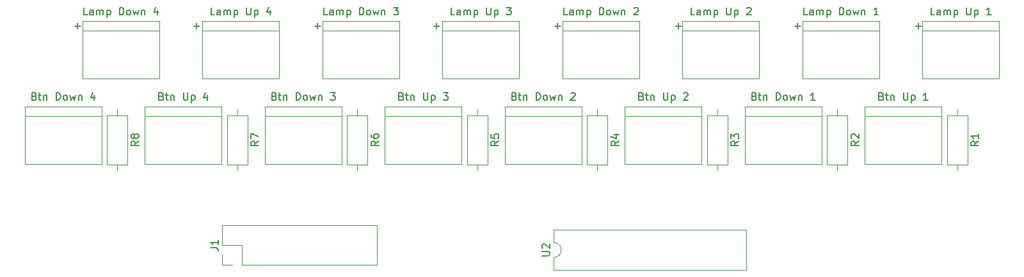
<source format=gto>
%TF.GenerationSoftware,KiCad,Pcbnew,7.0.7*%
%TF.CreationDate,2023-09-28T15:43:30-05:00*%
%TF.ProjectId,iowa-rover-kiosk-level-buttons,696f7761-2d72-46f7-9665-722d6b696f73,rev?*%
%TF.SameCoordinates,Original*%
%TF.FileFunction,Legend,Top*%
%TF.FilePolarity,Positive*%
%FSLAX46Y46*%
G04 Gerber Fmt 4.6, Leading zero omitted, Abs format (unit mm)*
G04 Created by KiCad (PCBNEW 7.0.7) date 2023-09-28 15:43:30*
%MOMM*%
%LPD*%
G01*
G04 APERTURE LIST*
%ADD10C,0.150000*%
%ADD11C,0.120000*%
%ADD12R,3.000000X3.000000*%
%ADD13C,3.000000*%
%ADD14C,1.600000*%
%ADD15O,1.600000X1.600000*%
%ADD16C,2.500000*%
%ADD17R,1.600000X1.600000*%
%ADD18R,1.700000X1.700000*%
%ADD19O,1.700000X1.700000*%
G04 APERTURE END LIST*
D10*
X155784779Y-52828866D02*
X156546684Y-52828866D01*
X156165731Y-53209819D02*
X156165731Y-52447914D01*
X92030779Y-52828866D02*
X92792684Y-52828866D01*
X92411731Y-53209819D02*
X92411731Y-52447914D01*
X123780779Y-52828866D02*
X124542684Y-52828866D01*
X124161731Y-53209819D02*
X124161731Y-52447914D01*
X139782779Y-52828866D02*
X140544684Y-52828866D01*
X140163731Y-53209819D02*
X140163731Y-52447914D01*
X108032779Y-52828866D02*
X108794684Y-52828866D01*
X108413731Y-53209819D02*
X108413731Y-52447914D01*
X171532779Y-52828866D02*
X172294684Y-52828866D01*
X171913731Y-53209819D02*
X171913731Y-52447914D01*
X76282779Y-52828866D02*
X77044684Y-52828866D01*
X76663731Y-53209819D02*
X76663731Y-52447914D01*
X187534779Y-52828866D02*
X188296684Y-52828866D01*
X187915731Y-53209819D02*
X187915731Y-52447914D01*
X166186666Y-62161009D02*
X166329523Y-62208628D01*
X166329523Y-62208628D02*
X166377142Y-62256247D01*
X166377142Y-62256247D02*
X166424761Y-62351485D01*
X166424761Y-62351485D02*
X166424761Y-62494342D01*
X166424761Y-62494342D02*
X166377142Y-62589580D01*
X166377142Y-62589580D02*
X166329523Y-62637200D01*
X166329523Y-62637200D02*
X166234285Y-62684819D01*
X166234285Y-62684819D02*
X165853333Y-62684819D01*
X165853333Y-62684819D02*
X165853333Y-61684819D01*
X165853333Y-61684819D02*
X166186666Y-61684819D01*
X166186666Y-61684819D02*
X166281904Y-61732438D01*
X166281904Y-61732438D02*
X166329523Y-61780057D01*
X166329523Y-61780057D02*
X166377142Y-61875295D01*
X166377142Y-61875295D02*
X166377142Y-61970533D01*
X166377142Y-61970533D02*
X166329523Y-62065771D01*
X166329523Y-62065771D02*
X166281904Y-62113390D01*
X166281904Y-62113390D02*
X166186666Y-62161009D01*
X166186666Y-62161009D02*
X165853333Y-62161009D01*
X166710476Y-62018152D02*
X167091428Y-62018152D01*
X166853333Y-61684819D02*
X166853333Y-62541961D01*
X166853333Y-62541961D02*
X166900952Y-62637200D01*
X166900952Y-62637200D02*
X166996190Y-62684819D01*
X166996190Y-62684819D02*
X167091428Y-62684819D01*
X167424762Y-62018152D02*
X167424762Y-62684819D01*
X167424762Y-62113390D02*
X167472381Y-62065771D01*
X167472381Y-62065771D02*
X167567619Y-62018152D01*
X167567619Y-62018152D02*
X167710476Y-62018152D01*
X167710476Y-62018152D02*
X167805714Y-62065771D01*
X167805714Y-62065771D02*
X167853333Y-62161009D01*
X167853333Y-62161009D02*
X167853333Y-62684819D01*
X169091429Y-62684819D02*
X169091429Y-61684819D01*
X169091429Y-61684819D02*
X169329524Y-61684819D01*
X169329524Y-61684819D02*
X169472381Y-61732438D01*
X169472381Y-61732438D02*
X169567619Y-61827676D01*
X169567619Y-61827676D02*
X169615238Y-61922914D01*
X169615238Y-61922914D02*
X169662857Y-62113390D01*
X169662857Y-62113390D02*
X169662857Y-62256247D01*
X169662857Y-62256247D02*
X169615238Y-62446723D01*
X169615238Y-62446723D02*
X169567619Y-62541961D01*
X169567619Y-62541961D02*
X169472381Y-62637200D01*
X169472381Y-62637200D02*
X169329524Y-62684819D01*
X169329524Y-62684819D02*
X169091429Y-62684819D01*
X170234286Y-62684819D02*
X170139048Y-62637200D01*
X170139048Y-62637200D02*
X170091429Y-62589580D01*
X170091429Y-62589580D02*
X170043810Y-62494342D01*
X170043810Y-62494342D02*
X170043810Y-62208628D01*
X170043810Y-62208628D02*
X170091429Y-62113390D01*
X170091429Y-62113390D02*
X170139048Y-62065771D01*
X170139048Y-62065771D02*
X170234286Y-62018152D01*
X170234286Y-62018152D02*
X170377143Y-62018152D01*
X170377143Y-62018152D02*
X170472381Y-62065771D01*
X170472381Y-62065771D02*
X170520000Y-62113390D01*
X170520000Y-62113390D02*
X170567619Y-62208628D01*
X170567619Y-62208628D02*
X170567619Y-62494342D01*
X170567619Y-62494342D02*
X170520000Y-62589580D01*
X170520000Y-62589580D02*
X170472381Y-62637200D01*
X170472381Y-62637200D02*
X170377143Y-62684819D01*
X170377143Y-62684819D02*
X170234286Y-62684819D01*
X170900953Y-62018152D02*
X171091429Y-62684819D01*
X171091429Y-62684819D02*
X171281905Y-62208628D01*
X171281905Y-62208628D02*
X171472381Y-62684819D01*
X171472381Y-62684819D02*
X171662857Y-62018152D01*
X172043810Y-62018152D02*
X172043810Y-62684819D01*
X172043810Y-62113390D02*
X172091429Y-62065771D01*
X172091429Y-62065771D02*
X172186667Y-62018152D01*
X172186667Y-62018152D02*
X172329524Y-62018152D01*
X172329524Y-62018152D02*
X172424762Y-62065771D01*
X172424762Y-62065771D02*
X172472381Y-62161009D01*
X172472381Y-62161009D02*
X172472381Y-62684819D01*
X174234286Y-62684819D02*
X173662858Y-62684819D01*
X173948572Y-62684819D02*
X173948572Y-61684819D01*
X173948572Y-61684819D02*
X173853334Y-61827676D01*
X173853334Y-61827676D02*
X173758096Y-61922914D01*
X173758096Y-61922914D02*
X173662858Y-61970533D01*
X179989819Y-68111666D02*
X179513628Y-68444999D01*
X179989819Y-68683094D02*
X178989819Y-68683094D01*
X178989819Y-68683094D02*
X178989819Y-68302142D01*
X178989819Y-68302142D02*
X179037438Y-68206904D01*
X179037438Y-68206904D02*
X179085057Y-68159285D01*
X179085057Y-68159285D02*
X179180295Y-68111666D01*
X179180295Y-68111666D02*
X179323152Y-68111666D01*
X179323152Y-68111666D02*
X179418390Y-68159285D01*
X179418390Y-68159285D02*
X179466009Y-68206904D01*
X179466009Y-68206904D02*
X179513628Y-68302142D01*
X179513628Y-68302142D02*
X179513628Y-68683094D01*
X179085057Y-67730713D02*
X179037438Y-67683094D01*
X179037438Y-67683094D02*
X178989819Y-67587856D01*
X178989819Y-67587856D02*
X178989819Y-67349761D01*
X178989819Y-67349761D02*
X179037438Y-67254523D01*
X179037438Y-67254523D02*
X179085057Y-67206904D01*
X179085057Y-67206904D02*
X179180295Y-67159285D01*
X179180295Y-67159285D02*
X179275533Y-67159285D01*
X179275533Y-67159285D02*
X179418390Y-67206904D01*
X179418390Y-67206904D02*
X179989819Y-67778332D01*
X179989819Y-67778332D02*
X179989819Y-67159285D01*
X126538809Y-51374819D02*
X126062619Y-51374819D01*
X126062619Y-51374819D02*
X126062619Y-50374819D01*
X127300714Y-51374819D02*
X127300714Y-50851009D01*
X127300714Y-50851009D02*
X127253095Y-50755771D01*
X127253095Y-50755771D02*
X127157857Y-50708152D01*
X127157857Y-50708152D02*
X126967381Y-50708152D01*
X126967381Y-50708152D02*
X126872143Y-50755771D01*
X127300714Y-51327200D02*
X127205476Y-51374819D01*
X127205476Y-51374819D02*
X126967381Y-51374819D01*
X126967381Y-51374819D02*
X126872143Y-51327200D01*
X126872143Y-51327200D02*
X126824524Y-51231961D01*
X126824524Y-51231961D02*
X126824524Y-51136723D01*
X126824524Y-51136723D02*
X126872143Y-51041485D01*
X126872143Y-51041485D02*
X126967381Y-50993866D01*
X126967381Y-50993866D02*
X127205476Y-50993866D01*
X127205476Y-50993866D02*
X127300714Y-50946247D01*
X127776905Y-51374819D02*
X127776905Y-50708152D01*
X127776905Y-50803390D02*
X127824524Y-50755771D01*
X127824524Y-50755771D02*
X127919762Y-50708152D01*
X127919762Y-50708152D02*
X128062619Y-50708152D01*
X128062619Y-50708152D02*
X128157857Y-50755771D01*
X128157857Y-50755771D02*
X128205476Y-50851009D01*
X128205476Y-50851009D02*
X128205476Y-51374819D01*
X128205476Y-50851009D02*
X128253095Y-50755771D01*
X128253095Y-50755771D02*
X128348333Y-50708152D01*
X128348333Y-50708152D02*
X128491190Y-50708152D01*
X128491190Y-50708152D02*
X128586429Y-50755771D01*
X128586429Y-50755771D02*
X128634048Y-50851009D01*
X128634048Y-50851009D02*
X128634048Y-51374819D01*
X129110238Y-50708152D02*
X129110238Y-51708152D01*
X129110238Y-50755771D02*
X129205476Y-50708152D01*
X129205476Y-50708152D02*
X129395952Y-50708152D01*
X129395952Y-50708152D02*
X129491190Y-50755771D01*
X129491190Y-50755771D02*
X129538809Y-50803390D01*
X129538809Y-50803390D02*
X129586428Y-50898628D01*
X129586428Y-50898628D02*
X129586428Y-51184342D01*
X129586428Y-51184342D02*
X129538809Y-51279580D01*
X129538809Y-51279580D02*
X129491190Y-51327200D01*
X129491190Y-51327200D02*
X129395952Y-51374819D01*
X129395952Y-51374819D02*
X129205476Y-51374819D01*
X129205476Y-51374819D02*
X129110238Y-51327200D01*
X130776905Y-50374819D02*
X130776905Y-51184342D01*
X130776905Y-51184342D02*
X130824524Y-51279580D01*
X130824524Y-51279580D02*
X130872143Y-51327200D01*
X130872143Y-51327200D02*
X130967381Y-51374819D01*
X130967381Y-51374819D02*
X131157857Y-51374819D01*
X131157857Y-51374819D02*
X131253095Y-51327200D01*
X131253095Y-51327200D02*
X131300714Y-51279580D01*
X131300714Y-51279580D02*
X131348333Y-51184342D01*
X131348333Y-51184342D02*
X131348333Y-50374819D01*
X131824524Y-50708152D02*
X131824524Y-51708152D01*
X131824524Y-50755771D02*
X131919762Y-50708152D01*
X131919762Y-50708152D02*
X132110238Y-50708152D01*
X132110238Y-50708152D02*
X132205476Y-50755771D01*
X132205476Y-50755771D02*
X132253095Y-50803390D01*
X132253095Y-50803390D02*
X132300714Y-50898628D01*
X132300714Y-50898628D02*
X132300714Y-51184342D01*
X132300714Y-51184342D02*
X132253095Y-51279580D01*
X132253095Y-51279580D02*
X132205476Y-51327200D01*
X132205476Y-51327200D02*
X132110238Y-51374819D01*
X132110238Y-51374819D02*
X131919762Y-51374819D01*
X131919762Y-51374819D02*
X131824524Y-51327200D01*
X133395953Y-50374819D02*
X134015000Y-50374819D01*
X134015000Y-50374819D02*
X133681667Y-50755771D01*
X133681667Y-50755771D02*
X133824524Y-50755771D01*
X133824524Y-50755771D02*
X133919762Y-50803390D01*
X133919762Y-50803390D02*
X133967381Y-50851009D01*
X133967381Y-50851009D02*
X134015000Y-50946247D01*
X134015000Y-50946247D02*
X134015000Y-51184342D01*
X134015000Y-51184342D02*
X133967381Y-51279580D01*
X133967381Y-51279580D02*
X133919762Y-51327200D01*
X133919762Y-51327200D02*
X133824524Y-51374819D01*
X133824524Y-51374819D02*
X133538810Y-51374819D01*
X133538810Y-51374819D02*
X133443572Y-51327200D01*
X133443572Y-51327200D02*
X133395953Y-51279580D01*
X132364819Y-68111666D02*
X131888628Y-68444999D01*
X132364819Y-68683094D02*
X131364819Y-68683094D01*
X131364819Y-68683094D02*
X131364819Y-68302142D01*
X131364819Y-68302142D02*
X131412438Y-68206904D01*
X131412438Y-68206904D02*
X131460057Y-68159285D01*
X131460057Y-68159285D02*
X131555295Y-68111666D01*
X131555295Y-68111666D02*
X131698152Y-68111666D01*
X131698152Y-68111666D02*
X131793390Y-68159285D01*
X131793390Y-68159285D02*
X131841009Y-68206904D01*
X131841009Y-68206904D02*
X131888628Y-68302142D01*
X131888628Y-68302142D02*
X131888628Y-68683094D01*
X131364819Y-67206904D02*
X131364819Y-67683094D01*
X131364819Y-67683094D02*
X131841009Y-67730713D01*
X131841009Y-67730713D02*
X131793390Y-67683094D01*
X131793390Y-67683094D02*
X131745771Y-67587856D01*
X131745771Y-67587856D02*
X131745771Y-67349761D01*
X131745771Y-67349761D02*
X131793390Y-67254523D01*
X131793390Y-67254523D02*
X131841009Y-67206904D01*
X131841009Y-67206904D02*
X131936247Y-67159285D01*
X131936247Y-67159285D02*
X132174342Y-67159285D01*
X132174342Y-67159285D02*
X132269580Y-67206904D01*
X132269580Y-67206904D02*
X132317200Y-67254523D01*
X132317200Y-67254523D02*
X132364819Y-67349761D01*
X132364819Y-67349761D02*
X132364819Y-67587856D01*
X132364819Y-67587856D02*
X132317200Y-67683094D01*
X132317200Y-67683094D02*
X132269580Y-67730713D01*
X158288809Y-51374819D02*
X157812619Y-51374819D01*
X157812619Y-51374819D02*
X157812619Y-50374819D01*
X159050714Y-51374819D02*
X159050714Y-50851009D01*
X159050714Y-50851009D02*
X159003095Y-50755771D01*
X159003095Y-50755771D02*
X158907857Y-50708152D01*
X158907857Y-50708152D02*
X158717381Y-50708152D01*
X158717381Y-50708152D02*
X158622143Y-50755771D01*
X159050714Y-51327200D02*
X158955476Y-51374819D01*
X158955476Y-51374819D02*
X158717381Y-51374819D01*
X158717381Y-51374819D02*
X158622143Y-51327200D01*
X158622143Y-51327200D02*
X158574524Y-51231961D01*
X158574524Y-51231961D02*
X158574524Y-51136723D01*
X158574524Y-51136723D02*
X158622143Y-51041485D01*
X158622143Y-51041485D02*
X158717381Y-50993866D01*
X158717381Y-50993866D02*
X158955476Y-50993866D01*
X158955476Y-50993866D02*
X159050714Y-50946247D01*
X159526905Y-51374819D02*
X159526905Y-50708152D01*
X159526905Y-50803390D02*
X159574524Y-50755771D01*
X159574524Y-50755771D02*
X159669762Y-50708152D01*
X159669762Y-50708152D02*
X159812619Y-50708152D01*
X159812619Y-50708152D02*
X159907857Y-50755771D01*
X159907857Y-50755771D02*
X159955476Y-50851009D01*
X159955476Y-50851009D02*
X159955476Y-51374819D01*
X159955476Y-50851009D02*
X160003095Y-50755771D01*
X160003095Y-50755771D02*
X160098333Y-50708152D01*
X160098333Y-50708152D02*
X160241190Y-50708152D01*
X160241190Y-50708152D02*
X160336429Y-50755771D01*
X160336429Y-50755771D02*
X160384048Y-50851009D01*
X160384048Y-50851009D02*
X160384048Y-51374819D01*
X160860238Y-50708152D02*
X160860238Y-51708152D01*
X160860238Y-50755771D02*
X160955476Y-50708152D01*
X160955476Y-50708152D02*
X161145952Y-50708152D01*
X161145952Y-50708152D02*
X161241190Y-50755771D01*
X161241190Y-50755771D02*
X161288809Y-50803390D01*
X161288809Y-50803390D02*
X161336428Y-50898628D01*
X161336428Y-50898628D02*
X161336428Y-51184342D01*
X161336428Y-51184342D02*
X161288809Y-51279580D01*
X161288809Y-51279580D02*
X161241190Y-51327200D01*
X161241190Y-51327200D02*
X161145952Y-51374819D01*
X161145952Y-51374819D02*
X160955476Y-51374819D01*
X160955476Y-51374819D02*
X160860238Y-51327200D01*
X162526905Y-50374819D02*
X162526905Y-51184342D01*
X162526905Y-51184342D02*
X162574524Y-51279580D01*
X162574524Y-51279580D02*
X162622143Y-51327200D01*
X162622143Y-51327200D02*
X162717381Y-51374819D01*
X162717381Y-51374819D02*
X162907857Y-51374819D01*
X162907857Y-51374819D02*
X163003095Y-51327200D01*
X163003095Y-51327200D02*
X163050714Y-51279580D01*
X163050714Y-51279580D02*
X163098333Y-51184342D01*
X163098333Y-51184342D02*
X163098333Y-50374819D01*
X163574524Y-50708152D02*
X163574524Y-51708152D01*
X163574524Y-50755771D02*
X163669762Y-50708152D01*
X163669762Y-50708152D02*
X163860238Y-50708152D01*
X163860238Y-50708152D02*
X163955476Y-50755771D01*
X163955476Y-50755771D02*
X164003095Y-50803390D01*
X164003095Y-50803390D02*
X164050714Y-50898628D01*
X164050714Y-50898628D02*
X164050714Y-51184342D01*
X164050714Y-51184342D02*
X164003095Y-51279580D01*
X164003095Y-51279580D02*
X163955476Y-51327200D01*
X163955476Y-51327200D02*
X163860238Y-51374819D01*
X163860238Y-51374819D02*
X163669762Y-51374819D01*
X163669762Y-51374819D02*
X163574524Y-51327200D01*
X165193572Y-50470057D02*
X165241191Y-50422438D01*
X165241191Y-50422438D02*
X165336429Y-50374819D01*
X165336429Y-50374819D02*
X165574524Y-50374819D01*
X165574524Y-50374819D02*
X165669762Y-50422438D01*
X165669762Y-50422438D02*
X165717381Y-50470057D01*
X165717381Y-50470057D02*
X165765000Y-50565295D01*
X165765000Y-50565295D02*
X165765000Y-50660533D01*
X165765000Y-50660533D02*
X165717381Y-50803390D01*
X165717381Y-50803390D02*
X165145953Y-51374819D01*
X165145953Y-51374819D02*
X165765000Y-51374819D01*
X116489819Y-68111666D02*
X116013628Y-68444999D01*
X116489819Y-68683094D02*
X115489819Y-68683094D01*
X115489819Y-68683094D02*
X115489819Y-68302142D01*
X115489819Y-68302142D02*
X115537438Y-68206904D01*
X115537438Y-68206904D02*
X115585057Y-68159285D01*
X115585057Y-68159285D02*
X115680295Y-68111666D01*
X115680295Y-68111666D02*
X115823152Y-68111666D01*
X115823152Y-68111666D02*
X115918390Y-68159285D01*
X115918390Y-68159285D02*
X115966009Y-68206904D01*
X115966009Y-68206904D02*
X116013628Y-68302142D01*
X116013628Y-68302142D02*
X116013628Y-68683094D01*
X115489819Y-67254523D02*
X115489819Y-67444999D01*
X115489819Y-67444999D02*
X115537438Y-67540237D01*
X115537438Y-67540237D02*
X115585057Y-67587856D01*
X115585057Y-67587856D02*
X115727914Y-67683094D01*
X115727914Y-67683094D02*
X115918390Y-67730713D01*
X115918390Y-67730713D02*
X116299342Y-67730713D01*
X116299342Y-67730713D02*
X116394580Y-67683094D01*
X116394580Y-67683094D02*
X116442200Y-67635475D01*
X116442200Y-67635475D02*
X116489819Y-67540237D01*
X116489819Y-67540237D02*
X116489819Y-67349761D01*
X116489819Y-67349761D02*
X116442200Y-67254523D01*
X116442200Y-67254523D02*
X116394580Y-67206904D01*
X116394580Y-67206904D02*
X116299342Y-67159285D01*
X116299342Y-67159285D02*
X116061247Y-67159285D01*
X116061247Y-67159285D02*
X115966009Y-67206904D01*
X115966009Y-67206904D02*
X115918390Y-67254523D01*
X115918390Y-67254523D02*
X115870771Y-67349761D01*
X115870771Y-67349761D02*
X115870771Y-67540237D01*
X115870771Y-67540237D02*
X115918390Y-67635475D01*
X115918390Y-67635475D02*
X115966009Y-67683094D01*
X115966009Y-67683094D02*
X116061247Y-67730713D01*
X138094819Y-83311904D02*
X138904342Y-83311904D01*
X138904342Y-83311904D02*
X138999580Y-83264285D01*
X138999580Y-83264285D02*
X139047200Y-83216666D01*
X139047200Y-83216666D02*
X139094819Y-83121428D01*
X139094819Y-83121428D02*
X139094819Y-82930952D01*
X139094819Y-82930952D02*
X139047200Y-82835714D01*
X139047200Y-82835714D02*
X138999580Y-82788095D01*
X138999580Y-82788095D02*
X138904342Y-82740476D01*
X138904342Y-82740476D02*
X138094819Y-82740476D01*
X138190057Y-82311904D02*
X138142438Y-82264285D01*
X138142438Y-82264285D02*
X138094819Y-82169047D01*
X138094819Y-82169047D02*
X138094819Y-81930952D01*
X138094819Y-81930952D02*
X138142438Y-81835714D01*
X138142438Y-81835714D02*
X138190057Y-81788095D01*
X138190057Y-81788095D02*
X138285295Y-81740476D01*
X138285295Y-81740476D02*
X138380533Y-81740476D01*
X138380533Y-81740476D02*
X138523390Y-81788095D01*
X138523390Y-81788095D02*
X139094819Y-82359523D01*
X139094819Y-82359523D02*
X139094819Y-81740476D01*
X94279819Y-82248333D02*
X94994104Y-82248333D01*
X94994104Y-82248333D02*
X95136961Y-82295952D01*
X95136961Y-82295952D02*
X95232200Y-82391190D01*
X95232200Y-82391190D02*
X95279819Y-82534047D01*
X95279819Y-82534047D02*
X95279819Y-82629285D01*
X95279819Y-81248333D02*
X95279819Y-81819761D01*
X95279819Y-81534047D02*
X94279819Y-81534047D01*
X94279819Y-81534047D02*
X94422676Y-81629285D01*
X94422676Y-81629285D02*
X94517914Y-81724523D01*
X94517914Y-81724523D02*
X94565533Y-81819761D01*
X84739819Y-68111666D02*
X84263628Y-68444999D01*
X84739819Y-68683094D02*
X83739819Y-68683094D01*
X83739819Y-68683094D02*
X83739819Y-68302142D01*
X83739819Y-68302142D02*
X83787438Y-68206904D01*
X83787438Y-68206904D02*
X83835057Y-68159285D01*
X83835057Y-68159285D02*
X83930295Y-68111666D01*
X83930295Y-68111666D02*
X84073152Y-68111666D01*
X84073152Y-68111666D02*
X84168390Y-68159285D01*
X84168390Y-68159285D02*
X84216009Y-68206904D01*
X84216009Y-68206904D02*
X84263628Y-68302142D01*
X84263628Y-68302142D02*
X84263628Y-68683094D01*
X84168390Y-67540237D02*
X84120771Y-67635475D01*
X84120771Y-67635475D02*
X84073152Y-67683094D01*
X84073152Y-67683094D02*
X83977914Y-67730713D01*
X83977914Y-67730713D02*
X83930295Y-67730713D01*
X83930295Y-67730713D02*
X83835057Y-67683094D01*
X83835057Y-67683094D02*
X83787438Y-67635475D01*
X83787438Y-67635475D02*
X83739819Y-67540237D01*
X83739819Y-67540237D02*
X83739819Y-67349761D01*
X83739819Y-67349761D02*
X83787438Y-67254523D01*
X83787438Y-67254523D02*
X83835057Y-67206904D01*
X83835057Y-67206904D02*
X83930295Y-67159285D01*
X83930295Y-67159285D02*
X83977914Y-67159285D01*
X83977914Y-67159285D02*
X84073152Y-67206904D01*
X84073152Y-67206904D02*
X84120771Y-67254523D01*
X84120771Y-67254523D02*
X84168390Y-67349761D01*
X84168390Y-67349761D02*
X84168390Y-67540237D01*
X84168390Y-67540237D02*
X84216009Y-67635475D01*
X84216009Y-67635475D02*
X84263628Y-67683094D01*
X84263628Y-67683094D02*
X84358866Y-67730713D01*
X84358866Y-67730713D02*
X84549342Y-67730713D01*
X84549342Y-67730713D02*
X84644580Y-67683094D01*
X84644580Y-67683094D02*
X84692200Y-67635475D01*
X84692200Y-67635475D02*
X84739819Y-67540237D01*
X84739819Y-67540237D02*
X84739819Y-67349761D01*
X84739819Y-67349761D02*
X84692200Y-67254523D01*
X84692200Y-67254523D02*
X84644580Y-67206904D01*
X84644580Y-67206904D02*
X84549342Y-67159285D01*
X84549342Y-67159285D02*
X84358866Y-67159285D01*
X84358866Y-67159285D02*
X84263628Y-67206904D01*
X84263628Y-67206904D02*
X84216009Y-67254523D01*
X84216009Y-67254523D02*
X84168390Y-67349761D01*
X70936666Y-62161009D02*
X71079523Y-62208628D01*
X71079523Y-62208628D02*
X71127142Y-62256247D01*
X71127142Y-62256247D02*
X71174761Y-62351485D01*
X71174761Y-62351485D02*
X71174761Y-62494342D01*
X71174761Y-62494342D02*
X71127142Y-62589580D01*
X71127142Y-62589580D02*
X71079523Y-62637200D01*
X71079523Y-62637200D02*
X70984285Y-62684819D01*
X70984285Y-62684819D02*
X70603333Y-62684819D01*
X70603333Y-62684819D02*
X70603333Y-61684819D01*
X70603333Y-61684819D02*
X70936666Y-61684819D01*
X70936666Y-61684819D02*
X71031904Y-61732438D01*
X71031904Y-61732438D02*
X71079523Y-61780057D01*
X71079523Y-61780057D02*
X71127142Y-61875295D01*
X71127142Y-61875295D02*
X71127142Y-61970533D01*
X71127142Y-61970533D02*
X71079523Y-62065771D01*
X71079523Y-62065771D02*
X71031904Y-62113390D01*
X71031904Y-62113390D02*
X70936666Y-62161009D01*
X70936666Y-62161009D02*
X70603333Y-62161009D01*
X71460476Y-62018152D02*
X71841428Y-62018152D01*
X71603333Y-61684819D02*
X71603333Y-62541961D01*
X71603333Y-62541961D02*
X71650952Y-62637200D01*
X71650952Y-62637200D02*
X71746190Y-62684819D01*
X71746190Y-62684819D02*
X71841428Y-62684819D01*
X72174762Y-62018152D02*
X72174762Y-62684819D01*
X72174762Y-62113390D02*
X72222381Y-62065771D01*
X72222381Y-62065771D02*
X72317619Y-62018152D01*
X72317619Y-62018152D02*
X72460476Y-62018152D01*
X72460476Y-62018152D02*
X72555714Y-62065771D01*
X72555714Y-62065771D02*
X72603333Y-62161009D01*
X72603333Y-62161009D02*
X72603333Y-62684819D01*
X73841429Y-62684819D02*
X73841429Y-61684819D01*
X73841429Y-61684819D02*
X74079524Y-61684819D01*
X74079524Y-61684819D02*
X74222381Y-61732438D01*
X74222381Y-61732438D02*
X74317619Y-61827676D01*
X74317619Y-61827676D02*
X74365238Y-61922914D01*
X74365238Y-61922914D02*
X74412857Y-62113390D01*
X74412857Y-62113390D02*
X74412857Y-62256247D01*
X74412857Y-62256247D02*
X74365238Y-62446723D01*
X74365238Y-62446723D02*
X74317619Y-62541961D01*
X74317619Y-62541961D02*
X74222381Y-62637200D01*
X74222381Y-62637200D02*
X74079524Y-62684819D01*
X74079524Y-62684819D02*
X73841429Y-62684819D01*
X74984286Y-62684819D02*
X74889048Y-62637200D01*
X74889048Y-62637200D02*
X74841429Y-62589580D01*
X74841429Y-62589580D02*
X74793810Y-62494342D01*
X74793810Y-62494342D02*
X74793810Y-62208628D01*
X74793810Y-62208628D02*
X74841429Y-62113390D01*
X74841429Y-62113390D02*
X74889048Y-62065771D01*
X74889048Y-62065771D02*
X74984286Y-62018152D01*
X74984286Y-62018152D02*
X75127143Y-62018152D01*
X75127143Y-62018152D02*
X75222381Y-62065771D01*
X75222381Y-62065771D02*
X75270000Y-62113390D01*
X75270000Y-62113390D02*
X75317619Y-62208628D01*
X75317619Y-62208628D02*
X75317619Y-62494342D01*
X75317619Y-62494342D02*
X75270000Y-62589580D01*
X75270000Y-62589580D02*
X75222381Y-62637200D01*
X75222381Y-62637200D02*
X75127143Y-62684819D01*
X75127143Y-62684819D02*
X74984286Y-62684819D01*
X75650953Y-62018152D02*
X75841429Y-62684819D01*
X75841429Y-62684819D02*
X76031905Y-62208628D01*
X76031905Y-62208628D02*
X76222381Y-62684819D01*
X76222381Y-62684819D02*
X76412857Y-62018152D01*
X76793810Y-62018152D02*
X76793810Y-62684819D01*
X76793810Y-62113390D02*
X76841429Y-62065771D01*
X76841429Y-62065771D02*
X76936667Y-62018152D01*
X76936667Y-62018152D02*
X77079524Y-62018152D01*
X77079524Y-62018152D02*
X77174762Y-62065771D01*
X77174762Y-62065771D02*
X77222381Y-62161009D01*
X77222381Y-62161009D02*
X77222381Y-62684819D01*
X78889048Y-62018152D02*
X78889048Y-62684819D01*
X78650953Y-61637200D02*
X78412858Y-62351485D01*
X78412858Y-62351485D02*
X79031905Y-62351485D01*
X195864819Y-68111666D02*
X195388628Y-68444999D01*
X195864819Y-68683094D02*
X194864819Y-68683094D01*
X194864819Y-68683094D02*
X194864819Y-68302142D01*
X194864819Y-68302142D02*
X194912438Y-68206904D01*
X194912438Y-68206904D02*
X194960057Y-68159285D01*
X194960057Y-68159285D02*
X195055295Y-68111666D01*
X195055295Y-68111666D02*
X195198152Y-68111666D01*
X195198152Y-68111666D02*
X195293390Y-68159285D01*
X195293390Y-68159285D02*
X195341009Y-68206904D01*
X195341009Y-68206904D02*
X195388628Y-68302142D01*
X195388628Y-68302142D02*
X195388628Y-68683094D01*
X195864819Y-67159285D02*
X195864819Y-67730713D01*
X195864819Y-67444999D02*
X194864819Y-67444999D01*
X194864819Y-67444999D02*
X195007676Y-67540237D01*
X195007676Y-67540237D02*
X195102914Y-67635475D01*
X195102914Y-67635475D02*
X195150533Y-67730713D01*
X119514047Y-62161009D02*
X119656904Y-62208628D01*
X119656904Y-62208628D02*
X119704523Y-62256247D01*
X119704523Y-62256247D02*
X119752142Y-62351485D01*
X119752142Y-62351485D02*
X119752142Y-62494342D01*
X119752142Y-62494342D02*
X119704523Y-62589580D01*
X119704523Y-62589580D02*
X119656904Y-62637200D01*
X119656904Y-62637200D02*
X119561666Y-62684819D01*
X119561666Y-62684819D02*
X119180714Y-62684819D01*
X119180714Y-62684819D02*
X119180714Y-61684819D01*
X119180714Y-61684819D02*
X119514047Y-61684819D01*
X119514047Y-61684819D02*
X119609285Y-61732438D01*
X119609285Y-61732438D02*
X119656904Y-61780057D01*
X119656904Y-61780057D02*
X119704523Y-61875295D01*
X119704523Y-61875295D02*
X119704523Y-61970533D01*
X119704523Y-61970533D02*
X119656904Y-62065771D01*
X119656904Y-62065771D02*
X119609285Y-62113390D01*
X119609285Y-62113390D02*
X119514047Y-62161009D01*
X119514047Y-62161009D02*
X119180714Y-62161009D01*
X120037857Y-62018152D02*
X120418809Y-62018152D01*
X120180714Y-61684819D02*
X120180714Y-62541961D01*
X120180714Y-62541961D02*
X120228333Y-62637200D01*
X120228333Y-62637200D02*
X120323571Y-62684819D01*
X120323571Y-62684819D02*
X120418809Y-62684819D01*
X120752143Y-62018152D02*
X120752143Y-62684819D01*
X120752143Y-62113390D02*
X120799762Y-62065771D01*
X120799762Y-62065771D02*
X120895000Y-62018152D01*
X120895000Y-62018152D02*
X121037857Y-62018152D01*
X121037857Y-62018152D02*
X121133095Y-62065771D01*
X121133095Y-62065771D02*
X121180714Y-62161009D01*
X121180714Y-62161009D02*
X121180714Y-62684819D01*
X122418810Y-61684819D02*
X122418810Y-62494342D01*
X122418810Y-62494342D02*
X122466429Y-62589580D01*
X122466429Y-62589580D02*
X122514048Y-62637200D01*
X122514048Y-62637200D02*
X122609286Y-62684819D01*
X122609286Y-62684819D02*
X122799762Y-62684819D01*
X122799762Y-62684819D02*
X122895000Y-62637200D01*
X122895000Y-62637200D02*
X122942619Y-62589580D01*
X122942619Y-62589580D02*
X122990238Y-62494342D01*
X122990238Y-62494342D02*
X122990238Y-61684819D01*
X123466429Y-62018152D02*
X123466429Y-63018152D01*
X123466429Y-62065771D02*
X123561667Y-62018152D01*
X123561667Y-62018152D02*
X123752143Y-62018152D01*
X123752143Y-62018152D02*
X123847381Y-62065771D01*
X123847381Y-62065771D02*
X123895000Y-62113390D01*
X123895000Y-62113390D02*
X123942619Y-62208628D01*
X123942619Y-62208628D02*
X123942619Y-62494342D01*
X123942619Y-62494342D02*
X123895000Y-62589580D01*
X123895000Y-62589580D02*
X123847381Y-62637200D01*
X123847381Y-62637200D02*
X123752143Y-62684819D01*
X123752143Y-62684819D02*
X123561667Y-62684819D01*
X123561667Y-62684819D02*
X123466429Y-62637200D01*
X125037858Y-61684819D02*
X125656905Y-61684819D01*
X125656905Y-61684819D02*
X125323572Y-62065771D01*
X125323572Y-62065771D02*
X125466429Y-62065771D01*
X125466429Y-62065771D02*
X125561667Y-62113390D01*
X125561667Y-62113390D02*
X125609286Y-62161009D01*
X125609286Y-62161009D02*
X125656905Y-62256247D01*
X125656905Y-62256247D02*
X125656905Y-62494342D01*
X125656905Y-62494342D02*
X125609286Y-62589580D01*
X125609286Y-62589580D02*
X125561667Y-62637200D01*
X125561667Y-62637200D02*
X125466429Y-62684819D01*
X125466429Y-62684819D02*
X125180715Y-62684819D01*
X125180715Y-62684819D02*
X125085477Y-62637200D01*
X125085477Y-62637200D02*
X125037858Y-62589580D01*
X173211428Y-51374819D02*
X172735238Y-51374819D01*
X172735238Y-51374819D02*
X172735238Y-50374819D01*
X173973333Y-51374819D02*
X173973333Y-50851009D01*
X173973333Y-50851009D02*
X173925714Y-50755771D01*
X173925714Y-50755771D02*
X173830476Y-50708152D01*
X173830476Y-50708152D02*
X173640000Y-50708152D01*
X173640000Y-50708152D02*
X173544762Y-50755771D01*
X173973333Y-51327200D02*
X173878095Y-51374819D01*
X173878095Y-51374819D02*
X173640000Y-51374819D01*
X173640000Y-51374819D02*
X173544762Y-51327200D01*
X173544762Y-51327200D02*
X173497143Y-51231961D01*
X173497143Y-51231961D02*
X173497143Y-51136723D01*
X173497143Y-51136723D02*
X173544762Y-51041485D01*
X173544762Y-51041485D02*
X173640000Y-50993866D01*
X173640000Y-50993866D02*
X173878095Y-50993866D01*
X173878095Y-50993866D02*
X173973333Y-50946247D01*
X174449524Y-51374819D02*
X174449524Y-50708152D01*
X174449524Y-50803390D02*
X174497143Y-50755771D01*
X174497143Y-50755771D02*
X174592381Y-50708152D01*
X174592381Y-50708152D02*
X174735238Y-50708152D01*
X174735238Y-50708152D02*
X174830476Y-50755771D01*
X174830476Y-50755771D02*
X174878095Y-50851009D01*
X174878095Y-50851009D02*
X174878095Y-51374819D01*
X174878095Y-50851009D02*
X174925714Y-50755771D01*
X174925714Y-50755771D02*
X175020952Y-50708152D01*
X175020952Y-50708152D02*
X175163809Y-50708152D01*
X175163809Y-50708152D02*
X175259048Y-50755771D01*
X175259048Y-50755771D02*
X175306667Y-50851009D01*
X175306667Y-50851009D02*
X175306667Y-51374819D01*
X175782857Y-50708152D02*
X175782857Y-51708152D01*
X175782857Y-50755771D02*
X175878095Y-50708152D01*
X175878095Y-50708152D02*
X176068571Y-50708152D01*
X176068571Y-50708152D02*
X176163809Y-50755771D01*
X176163809Y-50755771D02*
X176211428Y-50803390D01*
X176211428Y-50803390D02*
X176259047Y-50898628D01*
X176259047Y-50898628D02*
X176259047Y-51184342D01*
X176259047Y-51184342D02*
X176211428Y-51279580D01*
X176211428Y-51279580D02*
X176163809Y-51327200D01*
X176163809Y-51327200D02*
X176068571Y-51374819D01*
X176068571Y-51374819D02*
X175878095Y-51374819D01*
X175878095Y-51374819D02*
X175782857Y-51327200D01*
X177449524Y-51374819D02*
X177449524Y-50374819D01*
X177449524Y-50374819D02*
X177687619Y-50374819D01*
X177687619Y-50374819D02*
X177830476Y-50422438D01*
X177830476Y-50422438D02*
X177925714Y-50517676D01*
X177925714Y-50517676D02*
X177973333Y-50612914D01*
X177973333Y-50612914D02*
X178020952Y-50803390D01*
X178020952Y-50803390D02*
X178020952Y-50946247D01*
X178020952Y-50946247D02*
X177973333Y-51136723D01*
X177973333Y-51136723D02*
X177925714Y-51231961D01*
X177925714Y-51231961D02*
X177830476Y-51327200D01*
X177830476Y-51327200D02*
X177687619Y-51374819D01*
X177687619Y-51374819D02*
X177449524Y-51374819D01*
X178592381Y-51374819D02*
X178497143Y-51327200D01*
X178497143Y-51327200D02*
X178449524Y-51279580D01*
X178449524Y-51279580D02*
X178401905Y-51184342D01*
X178401905Y-51184342D02*
X178401905Y-50898628D01*
X178401905Y-50898628D02*
X178449524Y-50803390D01*
X178449524Y-50803390D02*
X178497143Y-50755771D01*
X178497143Y-50755771D02*
X178592381Y-50708152D01*
X178592381Y-50708152D02*
X178735238Y-50708152D01*
X178735238Y-50708152D02*
X178830476Y-50755771D01*
X178830476Y-50755771D02*
X178878095Y-50803390D01*
X178878095Y-50803390D02*
X178925714Y-50898628D01*
X178925714Y-50898628D02*
X178925714Y-51184342D01*
X178925714Y-51184342D02*
X178878095Y-51279580D01*
X178878095Y-51279580D02*
X178830476Y-51327200D01*
X178830476Y-51327200D02*
X178735238Y-51374819D01*
X178735238Y-51374819D02*
X178592381Y-51374819D01*
X179259048Y-50708152D02*
X179449524Y-51374819D01*
X179449524Y-51374819D02*
X179640000Y-50898628D01*
X179640000Y-50898628D02*
X179830476Y-51374819D01*
X179830476Y-51374819D02*
X180020952Y-50708152D01*
X180401905Y-50708152D02*
X180401905Y-51374819D01*
X180401905Y-50803390D02*
X180449524Y-50755771D01*
X180449524Y-50755771D02*
X180544762Y-50708152D01*
X180544762Y-50708152D02*
X180687619Y-50708152D01*
X180687619Y-50708152D02*
X180782857Y-50755771D01*
X180782857Y-50755771D02*
X180830476Y-50851009D01*
X180830476Y-50851009D02*
X180830476Y-51374819D01*
X182592381Y-51374819D02*
X182020953Y-51374819D01*
X182306667Y-51374819D02*
X182306667Y-50374819D01*
X182306667Y-50374819D02*
X182211429Y-50517676D01*
X182211429Y-50517676D02*
X182116191Y-50612914D01*
X182116191Y-50612914D02*
X182020953Y-50660533D01*
X77961428Y-51374819D02*
X77485238Y-51374819D01*
X77485238Y-51374819D02*
X77485238Y-50374819D01*
X78723333Y-51374819D02*
X78723333Y-50851009D01*
X78723333Y-50851009D02*
X78675714Y-50755771D01*
X78675714Y-50755771D02*
X78580476Y-50708152D01*
X78580476Y-50708152D02*
X78390000Y-50708152D01*
X78390000Y-50708152D02*
X78294762Y-50755771D01*
X78723333Y-51327200D02*
X78628095Y-51374819D01*
X78628095Y-51374819D02*
X78390000Y-51374819D01*
X78390000Y-51374819D02*
X78294762Y-51327200D01*
X78294762Y-51327200D02*
X78247143Y-51231961D01*
X78247143Y-51231961D02*
X78247143Y-51136723D01*
X78247143Y-51136723D02*
X78294762Y-51041485D01*
X78294762Y-51041485D02*
X78390000Y-50993866D01*
X78390000Y-50993866D02*
X78628095Y-50993866D01*
X78628095Y-50993866D02*
X78723333Y-50946247D01*
X79199524Y-51374819D02*
X79199524Y-50708152D01*
X79199524Y-50803390D02*
X79247143Y-50755771D01*
X79247143Y-50755771D02*
X79342381Y-50708152D01*
X79342381Y-50708152D02*
X79485238Y-50708152D01*
X79485238Y-50708152D02*
X79580476Y-50755771D01*
X79580476Y-50755771D02*
X79628095Y-50851009D01*
X79628095Y-50851009D02*
X79628095Y-51374819D01*
X79628095Y-50851009D02*
X79675714Y-50755771D01*
X79675714Y-50755771D02*
X79770952Y-50708152D01*
X79770952Y-50708152D02*
X79913809Y-50708152D01*
X79913809Y-50708152D02*
X80009048Y-50755771D01*
X80009048Y-50755771D02*
X80056667Y-50851009D01*
X80056667Y-50851009D02*
X80056667Y-51374819D01*
X80532857Y-50708152D02*
X80532857Y-51708152D01*
X80532857Y-50755771D02*
X80628095Y-50708152D01*
X80628095Y-50708152D02*
X80818571Y-50708152D01*
X80818571Y-50708152D02*
X80913809Y-50755771D01*
X80913809Y-50755771D02*
X80961428Y-50803390D01*
X80961428Y-50803390D02*
X81009047Y-50898628D01*
X81009047Y-50898628D02*
X81009047Y-51184342D01*
X81009047Y-51184342D02*
X80961428Y-51279580D01*
X80961428Y-51279580D02*
X80913809Y-51327200D01*
X80913809Y-51327200D02*
X80818571Y-51374819D01*
X80818571Y-51374819D02*
X80628095Y-51374819D01*
X80628095Y-51374819D02*
X80532857Y-51327200D01*
X82199524Y-51374819D02*
X82199524Y-50374819D01*
X82199524Y-50374819D02*
X82437619Y-50374819D01*
X82437619Y-50374819D02*
X82580476Y-50422438D01*
X82580476Y-50422438D02*
X82675714Y-50517676D01*
X82675714Y-50517676D02*
X82723333Y-50612914D01*
X82723333Y-50612914D02*
X82770952Y-50803390D01*
X82770952Y-50803390D02*
X82770952Y-50946247D01*
X82770952Y-50946247D02*
X82723333Y-51136723D01*
X82723333Y-51136723D02*
X82675714Y-51231961D01*
X82675714Y-51231961D02*
X82580476Y-51327200D01*
X82580476Y-51327200D02*
X82437619Y-51374819D01*
X82437619Y-51374819D02*
X82199524Y-51374819D01*
X83342381Y-51374819D02*
X83247143Y-51327200D01*
X83247143Y-51327200D02*
X83199524Y-51279580D01*
X83199524Y-51279580D02*
X83151905Y-51184342D01*
X83151905Y-51184342D02*
X83151905Y-50898628D01*
X83151905Y-50898628D02*
X83199524Y-50803390D01*
X83199524Y-50803390D02*
X83247143Y-50755771D01*
X83247143Y-50755771D02*
X83342381Y-50708152D01*
X83342381Y-50708152D02*
X83485238Y-50708152D01*
X83485238Y-50708152D02*
X83580476Y-50755771D01*
X83580476Y-50755771D02*
X83628095Y-50803390D01*
X83628095Y-50803390D02*
X83675714Y-50898628D01*
X83675714Y-50898628D02*
X83675714Y-51184342D01*
X83675714Y-51184342D02*
X83628095Y-51279580D01*
X83628095Y-51279580D02*
X83580476Y-51327200D01*
X83580476Y-51327200D02*
X83485238Y-51374819D01*
X83485238Y-51374819D02*
X83342381Y-51374819D01*
X84009048Y-50708152D02*
X84199524Y-51374819D01*
X84199524Y-51374819D02*
X84390000Y-50898628D01*
X84390000Y-50898628D02*
X84580476Y-51374819D01*
X84580476Y-51374819D02*
X84770952Y-50708152D01*
X85151905Y-50708152D02*
X85151905Y-51374819D01*
X85151905Y-50803390D02*
X85199524Y-50755771D01*
X85199524Y-50755771D02*
X85294762Y-50708152D01*
X85294762Y-50708152D02*
X85437619Y-50708152D01*
X85437619Y-50708152D02*
X85532857Y-50755771D01*
X85532857Y-50755771D02*
X85580476Y-50851009D01*
X85580476Y-50851009D02*
X85580476Y-51374819D01*
X87247143Y-50708152D02*
X87247143Y-51374819D01*
X87009048Y-50327200D02*
X86770953Y-51041485D01*
X86770953Y-51041485D02*
X87390000Y-51041485D01*
X151264047Y-62161009D02*
X151406904Y-62208628D01*
X151406904Y-62208628D02*
X151454523Y-62256247D01*
X151454523Y-62256247D02*
X151502142Y-62351485D01*
X151502142Y-62351485D02*
X151502142Y-62494342D01*
X151502142Y-62494342D02*
X151454523Y-62589580D01*
X151454523Y-62589580D02*
X151406904Y-62637200D01*
X151406904Y-62637200D02*
X151311666Y-62684819D01*
X151311666Y-62684819D02*
X150930714Y-62684819D01*
X150930714Y-62684819D02*
X150930714Y-61684819D01*
X150930714Y-61684819D02*
X151264047Y-61684819D01*
X151264047Y-61684819D02*
X151359285Y-61732438D01*
X151359285Y-61732438D02*
X151406904Y-61780057D01*
X151406904Y-61780057D02*
X151454523Y-61875295D01*
X151454523Y-61875295D02*
X151454523Y-61970533D01*
X151454523Y-61970533D02*
X151406904Y-62065771D01*
X151406904Y-62065771D02*
X151359285Y-62113390D01*
X151359285Y-62113390D02*
X151264047Y-62161009D01*
X151264047Y-62161009D02*
X150930714Y-62161009D01*
X151787857Y-62018152D02*
X152168809Y-62018152D01*
X151930714Y-61684819D02*
X151930714Y-62541961D01*
X151930714Y-62541961D02*
X151978333Y-62637200D01*
X151978333Y-62637200D02*
X152073571Y-62684819D01*
X152073571Y-62684819D02*
X152168809Y-62684819D01*
X152502143Y-62018152D02*
X152502143Y-62684819D01*
X152502143Y-62113390D02*
X152549762Y-62065771D01*
X152549762Y-62065771D02*
X152645000Y-62018152D01*
X152645000Y-62018152D02*
X152787857Y-62018152D01*
X152787857Y-62018152D02*
X152883095Y-62065771D01*
X152883095Y-62065771D02*
X152930714Y-62161009D01*
X152930714Y-62161009D02*
X152930714Y-62684819D01*
X154168810Y-61684819D02*
X154168810Y-62494342D01*
X154168810Y-62494342D02*
X154216429Y-62589580D01*
X154216429Y-62589580D02*
X154264048Y-62637200D01*
X154264048Y-62637200D02*
X154359286Y-62684819D01*
X154359286Y-62684819D02*
X154549762Y-62684819D01*
X154549762Y-62684819D02*
X154645000Y-62637200D01*
X154645000Y-62637200D02*
X154692619Y-62589580D01*
X154692619Y-62589580D02*
X154740238Y-62494342D01*
X154740238Y-62494342D02*
X154740238Y-61684819D01*
X155216429Y-62018152D02*
X155216429Y-63018152D01*
X155216429Y-62065771D02*
X155311667Y-62018152D01*
X155311667Y-62018152D02*
X155502143Y-62018152D01*
X155502143Y-62018152D02*
X155597381Y-62065771D01*
X155597381Y-62065771D02*
X155645000Y-62113390D01*
X155645000Y-62113390D02*
X155692619Y-62208628D01*
X155692619Y-62208628D02*
X155692619Y-62494342D01*
X155692619Y-62494342D02*
X155645000Y-62589580D01*
X155645000Y-62589580D02*
X155597381Y-62637200D01*
X155597381Y-62637200D02*
X155502143Y-62684819D01*
X155502143Y-62684819D02*
X155311667Y-62684819D01*
X155311667Y-62684819D02*
X155216429Y-62637200D01*
X156835477Y-61780057D02*
X156883096Y-61732438D01*
X156883096Y-61732438D02*
X156978334Y-61684819D01*
X156978334Y-61684819D02*
X157216429Y-61684819D01*
X157216429Y-61684819D02*
X157311667Y-61732438D01*
X157311667Y-61732438D02*
X157359286Y-61780057D01*
X157359286Y-61780057D02*
X157406905Y-61875295D01*
X157406905Y-61875295D02*
X157406905Y-61970533D01*
X157406905Y-61970533D02*
X157359286Y-62113390D01*
X157359286Y-62113390D02*
X156787858Y-62684819D01*
X156787858Y-62684819D02*
X157406905Y-62684819D01*
X100614819Y-68111666D02*
X100138628Y-68444999D01*
X100614819Y-68683094D02*
X99614819Y-68683094D01*
X99614819Y-68683094D02*
X99614819Y-68302142D01*
X99614819Y-68302142D02*
X99662438Y-68206904D01*
X99662438Y-68206904D02*
X99710057Y-68159285D01*
X99710057Y-68159285D02*
X99805295Y-68111666D01*
X99805295Y-68111666D02*
X99948152Y-68111666D01*
X99948152Y-68111666D02*
X100043390Y-68159285D01*
X100043390Y-68159285D02*
X100091009Y-68206904D01*
X100091009Y-68206904D02*
X100138628Y-68302142D01*
X100138628Y-68302142D02*
X100138628Y-68683094D01*
X99614819Y-67778332D02*
X99614819Y-67111666D01*
X99614819Y-67111666D02*
X100614819Y-67540237D01*
X141461428Y-51374819D02*
X140985238Y-51374819D01*
X140985238Y-51374819D02*
X140985238Y-50374819D01*
X142223333Y-51374819D02*
X142223333Y-50851009D01*
X142223333Y-50851009D02*
X142175714Y-50755771D01*
X142175714Y-50755771D02*
X142080476Y-50708152D01*
X142080476Y-50708152D02*
X141890000Y-50708152D01*
X141890000Y-50708152D02*
X141794762Y-50755771D01*
X142223333Y-51327200D02*
X142128095Y-51374819D01*
X142128095Y-51374819D02*
X141890000Y-51374819D01*
X141890000Y-51374819D02*
X141794762Y-51327200D01*
X141794762Y-51327200D02*
X141747143Y-51231961D01*
X141747143Y-51231961D02*
X141747143Y-51136723D01*
X141747143Y-51136723D02*
X141794762Y-51041485D01*
X141794762Y-51041485D02*
X141890000Y-50993866D01*
X141890000Y-50993866D02*
X142128095Y-50993866D01*
X142128095Y-50993866D02*
X142223333Y-50946247D01*
X142699524Y-51374819D02*
X142699524Y-50708152D01*
X142699524Y-50803390D02*
X142747143Y-50755771D01*
X142747143Y-50755771D02*
X142842381Y-50708152D01*
X142842381Y-50708152D02*
X142985238Y-50708152D01*
X142985238Y-50708152D02*
X143080476Y-50755771D01*
X143080476Y-50755771D02*
X143128095Y-50851009D01*
X143128095Y-50851009D02*
X143128095Y-51374819D01*
X143128095Y-50851009D02*
X143175714Y-50755771D01*
X143175714Y-50755771D02*
X143270952Y-50708152D01*
X143270952Y-50708152D02*
X143413809Y-50708152D01*
X143413809Y-50708152D02*
X143509048Y-50755771D01*
X143509048Y-50755771D02*
X143556667Y-50851009D01*
X143556667Y-50851009D02*
X143556667Y-51374819D01*
X144032857Y-50708152D02*
X144032857Y-51708152D01*
X144032857Y-50755771D02*
X144128095Y-50708152D01*
X144128095Y-50708152D02*
X144318571Y-50708152D01*
X144318571Y-50708152D02*
X144413809Y-50755771D01*
X144413809Y-50755771D02*
X144461428Y-50803390D01*
X144461428Y-50803390D02*
X144509047Y-50898628D01*
X144509047Y-50898628D02*
X144509047Y-51184342D01*
X144509047Y-51184342D02*
X144461428Y-51279580D01*
X144461428Y-51279580D02*
X144413809Y-51327200D01*
X144413809Y-51327200D02*
X144318571Y-51374819D01*
X144318571Y-51374819D02*
X144128095Y-51374819D01*
X144128095Y-51374819D02*
X144032857Y-51327200D01*
X145699524Y-51374819D02*
X145699524Y-50374819D01*
X145699524Y-50374819D02*
X145937619Y-50374819D01*
X145937619Y-50374819D02*
X146080476Y-50422438D01*
X146080476Y-50422438D02*
X146175714Y-50517676D01*
X146175714Y-50517676D02*
X146223333Y-50612914D01*
X146223333Y-50612914D02*
X146270952Y-50803390D01*
X146270952Y-50803390D02*
X146270952Y-50946247D01*
X146270952Y-50946247D02*
X146223333Y-51136723D01*
X146223333Y-51136723D02*
X146175714Y-51231961D01*
X146175714Y-51231961D02*
X146080476Y-51327200D01*
X146080476Y-51327200D02*
X145937619Y-51374819D01*
X145937619Y-51374819D02*
X145699524Y-51374819D01*
X146842381Y-51374819D02*
X146747143Y-51327200D01*
X146747143Y-51327200D02*
X146699524Y-51279580D01*
X146699524Y-51279580D02*
X146651905Y-51184342D01*
X146651905Y-51184342D02*
X146651905Y-50898628D01*
X146651905Y-50898628D02*
X146699524Y-50803390D01*
X146699524Y-50803390D02*
X146747143Y-50755771D01*
X146747143Y-50755771D02*
X146842381Y-50708152D01*
X146842381Y-50708152D02*
X146985238Y-50708152D01*
X146985238Y-50708152D02*
X147080476Y-50755771D01*
X147080476Y-50755771D02*
X147128095Y-50803390D01*
X147128095Y-50803390D02*
X147175714Y-50898628D01*
X147175714Y-50898628D02*
X147175714Y-51184342D01*
X147175714Y-51184342D02*
X147128095Y-51279580D01*
X147128095Y-51279580D02*
X147080476Y-51327200D01*
X147080476Y-51327200D02*
X146985238Y-51374819D01*
X146985238Y-51374819D02*
X146842381Y-51374819D01*
X147509048Y-50708152D02*
X147699524Y-51374819D01*
X147699524Y-51374819D02*
X147890000Y-50898628D01*
X147890000Y-50898628D02*
X148080476Y-51374819D01*
X148080476Y-51374819D02*
X148270952Y-50708152D01*
X148651905Y-50708152D02*
X148651905Y-51374819D01*
X148651905Y-50803390D02*
X148699524Y-50755771D01*
X148699524Y-50755771D02*
X148794762Y-50708152D01*
X148794762Y-50708152D02*
X148937619Y-50708152D01*
X148937619Y-50708152D02*
X149032857Y-50755771D01*
X149032857Y-50755771D02*
X149080476Y-50851009D01*
X149080476Y-50851009D02*
X149080476Y-51374819D01*
X150270953Y-50470057D02*
X150318572Y-50422438D01*
X150318572Y-50422438D02*
X150413810Y-50374819D01*
X150413810Y-50374819D02*
X150651905Y-50374819D01*
X150651905Y-50374819D02*
X150747143Y-50422438D01*
X150747143Y-50422438D02*
X150794762Y-50470057D01*
X150794762Y-50470057D02*
X150842381Y-50565295D01*
X150842381Y-50565295D02*
X150842381Y-50660533D01*
X150842381Y-50660533D02*
X150794762Y-50803390D01*
X150794762Y-50803390D02*
X150223334Y-51374819D01*
X150223334Y-51374819D02*
X150842381Y-51374819D01*
X183014047Y-62161009D02*
X183156904Y-62208628D01*
X183156904Y-62208628D02*
X183204523Y-62256247D01*
X183204523Y-62256247D02*
X183252142Y-62351485D01*
X183252142Y-62351485D02*
X183252142Y-62494342D01*
X183252142Y-62494342D02*
X183204523Y-62589580D01*
X183204523Y-62589580D02*
X183156904Y-62637200D01*
X183156904Y-62637200D02*
X183061666Y-62684819D01*
X183061666Y-62684819D02*
X182680714Y-62684819D01*
X182680714Y-62684819D02*
X182680714Y-61684819D01*
X182680714Y-61684819D02*
X183014047Y-61684819D01*
X183014047Y-61684819D02*
X183109285Y-61732438D01*
X183109285Y-61732438D02*
X183156904Y-61780057D01*
X183156904Y-61780057D02*
X183204523Y-61875295D01*
X183204523Y-61875295D02*
X183204523Y-61970533D01*
X183204523Y-61970533D02*
X183156904Y-62065771D01*
X183156904Y-62065771D02*
X183109285Y-62113390D01*
X183109285Y-62113390D02*
X183014047Y-62161009D01*
X183014047Y-62161009D02*
X182680714Y-62161009D01*
X183537857Y-62018152D02*
X183918809Y-62018152D01*
X183680714Y-61684819D02*
X183680714Y-62541961D01*
X183680714Y-62541961D02*
X183728333Y-62637200D01*
X183728333Y-62637200D02*
X183823571Y-62684819D01*
X183823571Y-62684819D02*
X183918809Y-62684819D01*
X184252143Y-62018152D02*
X184252143Y-62684819D01*
X184252143Y-62113390D02*
X184299762Y-62065771D01*
X184299762Y-62065771D02*
X184395000Y-62018152D01*
X184395000Y-62018152D02*
X184537857Y-62018152D01*
X184537857Y-62018152D02*
X184633095Y-62065771D01*
X184633095Y-62065771D02*
X184680714Y-62161009D01*
X184680714Y-62161009D02*
X184680714Y-62684819D01*
X185918810Y-61684819D02*
X185918810Y-62494342D01*
X185918810Y-62494342D02*
X185966429Y-62589580D01*
X185966429Y-62589580D02*
X186014048Y-62637200D01*
X186014048Y-62637200D02*
X186109286Y-62684819D01*
X186109286Y-62684819D02*
X186299762Y-62684819D01*
X186299762Y-62684819D02*
X186395000Y-62637200D01*
X186395000Y-62637200D02*
X186442619Y-62589580D01*
X186442619Y-62589580D02*
X186490238Y-62494342D01*
X186490238Y-62494342D02*
X186490238Y-61684819D01*
X186966429Y-62018152D02*
X186966429Y-63018152D01*
X186966429Y-62065771D02*
X187061667Y-62018152D01*
X187061667Y-62018152D02*
X187252143Y-62018152D01*
X187252143Y-62018152D02*
X187347381Y-62065771D01*
X187347381Y-62065771D02*
X187395000Y-62113390D01*
X187395000Y-62113390D02*
X187442619Y-62208628D01*
X187442619Y-62208628D02*
X187442619Y-62494342D01*
X187442619Y-62494342D02*
X187395000Y-62589580D01*
X187395000Y-62589580D02*
X187347381Y-62637200D01*
X187347381Y-62637200D02*
X187252143Y-62684819D01*
X187252143Y-62684819D02*
X187061667Y-62684819D01*
X187061667Y-62684819D02*
X186966429Y-62637200D01*
X189156905Y-62684819D02*
X188585477Y-62684819D01*
X188871191Y-62684819D02*
X188871191Y-61684819D01*
X188871191Y-61684819D02*
X188775953Y-61827676D01*
X188775953Y-61827676D02*
X188680715Y-61922914D01*
X188680715Y-61922914D02*
X188585477Y-61970533D01*
X102686666Y-62161009D02*
X102829523Y-62208628D01*
X102829523Y-62208628D02*
X102877142Y-62256247D01*
X102877142Y-62256247D02*
X102924761Y-62351485D01*
X102924761Y-62351485D02*
X102924761Y-62494342D01*
X102924761Y-62494342D02*
X102877142Y-62589580D01*
X102877142Y-62589580D02*
X102829523Y-62637200D01*
X102829523Y-62637200D02*
X102734285Y-62684819D01*
X102734285Y-62684819D02*
X102353333Y-62684819D01*
X102353333Y-62684819D02*
X102353333Y-61684819D01*
X102353333Y-61684819D02*
X102686666Y-61684819D01*
X102686666Y-61684819D02*
X102781904Y-61732438D01*
X102781904Y-61732438D02*
X102829523Y-61780057D01*
X102829523Y-61780057D02*
X102877142Y-61875295D01*
X102877142Y-61875295D02*
X102877142Y-61970533D01*
X102877142Y-61970533D02*
X102829523Y-62065771D01*
X102829523Y-62065771D02*
X102781904Y-62113390D01*
X102781904Y-62113390D02*
X102686666Y-62161009D01*
X102686666Y-62161009D02*
X102353333Y-62161009D01*
X103210476Y-62018152D02*
X103591428Y-62018152D01*
X103353333Y-61684819D02*
X103353333Y-62541961D01*
X103353333Y-62541961D02*
X103400952Y-62637200D01*
X103400952Y-62637200D02*
X103496190Y-62684819D01*
X103496190Y-62684819D02*
X103591428Y-62684819D01*
X103924762Y-62018152D02*
X103924762Y-62684819D01*
X103924762Y-62113390D02*
X103972381Y-62065771D01*
X103972381Y-62065771D02*
X104067619Y-62018152D01*
X104067619Y-62018152D02*
X104210476Y-62018152D01*
X104210476Y-62018152D02*
X104305714Y-62065771D01*
X104305714Y-62065771D02*
X104353333Y-62161009D01*
X104353333Y-62161009D02*
X104353333Y-62684819D01*
X105591429Y-62684819D02*
X105591429Y-61684819D01*
X105591429Y-61684819D02*
X105829524Y-61684819D01*
X105829524Y-61684819D02*
X105972381Y-61732438D01*
X105972381Y-61732438D02*
X106067619Y-61827676D01*
X106067619Y-61827676D02*
X106115238Y-61922914D01*
X106115238Y-61922914D02*
X106162857Y-62113390D01*
X106162857Y-62113390D02*
X106162857Y-62256247D01*
X106162857Y-62256247D02*
X106115238Y-62446723D01*
X106115238Y-62446723D02*
X106067619Y-62541961D01*
X106067619Y-62541961D02*
X105972381Y-62637200D01*
X105972381Y-62637200D02*
X105829524Y-62684819D01*
X105829524Y-62684819D02*
X105591429Y-62684819D01*
X106734286Y-62684819D02*
X106639048Y-62637200D01*
X106639048Y-62637200D02*
X106591429Y-62589580D01*
X106591429Y-62589580D02*
X106543810Y-62494342D01*
X106543810Y-62494342D02*
X106543810Y-62208628D01*
X106543810Y-62208628D02*
X106591429Y-62113390D01*
X106591429Y-62113390D02*
X106639048Y-62065771D01*
X106639048Y-62065771D02*
X106734286Y-62018152D01*
X106734286Y-62018152D02*
X106877143Y-62018152D01*
X106877143Y-62018152D02*
X106972381Y-62065771D01*
X106972381Y-62065771D02*
X107020000Y-62113390D01*
X107020000Y-62113390D02*
X107067619Y-62208628D01*
X107067619Y-62208628D02*
X107067619Y-62494342D01*
X107067619Y-62494342D02*
X107020000Y-62589580D01*
X107020000Y-62589580D02*
X106972381Y-62637200D01*
X106972381Y-62637200D02*
X106877143Y-62684819D01*
X106877143Y-62684819D02*
X106734286Y-62684819D01*
X107400953Y-62018152D02*
X107591429Y-62684819D01*
X107591429Y-62684819D02*
X107781905Y-62208628D01*
X107781905Y-62208628D02*
X107972381Y-62684819D01*
X107972381Y-62684819D02*
X108162857Y-62018152D01*
X108543810Y-62018152D02*
X108543810Y-62684819D01*
X108543810Y-62113390D02*
X108591429Y-62065771D01*
X108591429Y-62065771D02*
X108686667Y-62018152D01*
X108686667Y-62018152D02*
X108829524Y-62018152D01*
X108829524Y-62018152D02*
X108924762Y-62065771D01*
X108924762Y-62065771D02*
X108972381Y-62161009D01*
X108972381Y-62161009D02*
X108972381Y-62684819D01*
X110115239Y-61684819D02*
X110734286Y-61684819D01*
X110734286Y-61684819D02*
X110400953Y-62065771D01*
X110400953Y-62065771D02*
X110543810Y-62065771D01*
X110543810Y-62065771D02*
X110639048Y-62113390D01*
X110639048Y-62113390D02*
X110686667Y-62161009D01*
X110686667Y-62161009D02*
X110734286Y-62256247D01*
X110734286Y-62256247D02*
X110734286Y-62494342D01*
X110734286Y-62494342D02*
X110686667Y-62589580D01*
X110686667Y-62589580D02*
X110639048Y-62637200D01*
X110639048Y-62637200D02*
X110543810Y-62684819D01*
X110543810Y-62684819D02*
X110258096Y-62684819D01*
X110258096Y-62684819D02*
X110162858Y-62637200D01*
X110162858Y-62637200D02*
X110115239Y-62589580D01*
X148239819Y-68111666D02*
X147763628Y-68444999D01*
X148239819Y-68683094D02*
X147239819Y-68683094D01*
X147239819Y-68683094D02*
X147239819Y-68302142D01*
X147239819Y-68302142D02*
X147287438Y-68206904D01*
X147287438Y-68206904D02*
X147335057Y-68159285D01*
X147335057Y-68159285D02*
X147430295Y-68111666D01*
X147430295Y-68111666D02*
X147573152Y-68111666D01*
X147573152Y-68111666D02*
X147668390Y-68159285D01*
X147668390Y-68159285D02*
X147716009Y-68206904D01*
X147716009Y-68206904D02*
X147763628Y-68302142D01*
X147763628Y-68302142D02*
X147763628Y-68683094D01*
X147573152Y-67254523D02*
X148239819Y-67254523D01*
X147192200Y-67492618D02*
X147906485Y-67730713D01*
X147906485Y-67730713D02*
X147906485Y-67111666D01*
X190038809Y-51374819D02*
X189562619Y-51374819D01*
X189562619Y-51374819D02*
X189562619Y-50374819D01*
X190800714Y-51374819D02*
X190800714Y-50851009D01*
X190800714Y-50851009D02*
X190753095Y-50755771D01*
X190753095Y-50755771D02*
X190657857Y-50708152D01*
X190657857Y-50708152D02*
X190467381Y-50708152D01*
X190467381Y-50708152D02*
X190372143Y-50755771D01*
X190800714Y-51327200D02*
X190705476Y-51374819D01*
X190705476Y-51374819D02*
X190467381Y-51374819D01*
X190467381Y-51374819D02*
X190372143Y-51327200D01*
X190372143Y-51327200D02*
X190324524Y-51231961D01*
X190324524Y-51231961D02*
X190324524Y-51136723D01*
X190324524Y-51136723D02*
X190372143Y-51041485D01*
X190372143Y-51041485D02*
X190467381Y-50993866D01*
X190467381Y-50993866D02*
X190705476Y-50993866D01*
X190705476Y-50993866D02*
X190800714Y-50946247D01*
X191276905Y-51374819D02*
X191276905Y-50708152D01*
X191276905Y-50803390D02*
X191324524Y-50755771D01*
X191324524Y-50755771D02*
X191419762Y-50708152D01*
X191419762Y-50708152D02*
X191562619Y-50708152D01*
X191562619Y-50708152D02*
X191657857Y-50755771D01*
X191657857Y-50755771D02*
X191705476Y-50851009D01*
X191705476Y-50851009D02*
X191705476Y-51374819D01*
X191705476Y-50851009D02*
X191753095Y-50755771D01*
X191753095Y-50755771D02*
X191848333Y-50708152D01*
X191848333Y-50708152D02*
X191991190Y-50708152D01*
X191991190Y-50708152D02*
X192086429Y-50755771D01*
X192086429Y-50755771D02*
X192134048Y-50851009D01*
X192134048Y-50851009D02*
X192134048Y-51374819D01*
X192610238Y-50708152D02*
X192610238Y-51708152D01*
X192610238Y-50755771D02*
X192705476Y-50708152D01*
X192705476Y-50708152D02*
X192895952Y-50708152D01*
X192895952Y-50708152D02*
X192991190Y-50755771D01*
X192991190Y-50755771D02*
X193038809Y-50803390D01*
X193038809Y-50803390D02*
X193086428Y-50898628D01*
X193086428Y-50898628D02*
X193086428Y-51184342D01*
X193086428Y-51184342D02*
X193038809Y-51279580D01*
X193038809Y-51279580D02*
X192991190Y-51327200D01*
X192991190Y-51327200D02*
X192895952Y-51374819D01*
X192895952Y-51374819D02*
X192705476Y-51374819D01*
X192705476Y-51374819D02*
X192610238Y-51327200D01*
X194276905Y-50374819D02*
X194276905Y-51184342D01*
X194276905Y-51184342D02*
X194324524Y-51279580D01*
X194324524Y-51279580D02*
X194372143Y-51327200D01*
X194372143Y-51327200D02*
X194467381Y-51374819D01*
X194467381Y-51374819D02*
X194657857Y-51374819D01*
X194657857Y-51374819D02*
X194753095Y-51327200D01*
X194753095Y-51327200D02*
X194800714Y-51279580D01*
X194800714Y-51279580D02*
X194848333Y-51184342D01*
X194848333Y-51184342D02*
X194848333Y-50374819D01*
X195324524Y-50708152D02*
X195324524Y-51708152D01*
X195324524Y-50755771D02*
X195419762Y-50708152D01*
X195419762Y-50708152D02*
X195610238Y-50708152D01*
X195610238Y-50708152D02*
X195705476Y-50755771D01*
X195705476Y-50755771D02*
X195753095Y-50803390D01*
X195753095Y-50803390D02*
X195800714Y-50898628D01*
X195800714Y-50898628D02*
X195800714Y-51184342D01*
X195800714Y-51184342D02*
X195753095Y-51279580D01*
X195753095Y-51279580D02*
X195705476Y-51327200D01*
X195705476Y-51327200D02*
X195610238Y-51374819D01*
X195610238Y-51374819D02*
X195419762Y-51374819D01*
X195419762Y-51374819D02*
X195324524Y-51327200D01*
X197515000Y-51374819D02*
X196943572Y-51374819D01*
X197229286Y-51374819D02*
X197229286Y-50374819D01*
X197229286Y-50374819D02*
X197134048Y-50517676D01*
X197134048Y-50517676D02*
X197038810Y-50612914D01*
X197038810Y-50612914D02*
X196943572Y-50660533D01*
X134436666Y-62161009D02*
X134579523Y-62208628D01*
X134579523Y-62208628D02*
X134627142Y-62256247D01*
X134627142Y-62256247D02*
X134674761Y-62351485D01*
X134674761Y-62351485D02*
X134674761Y-62494342D01*
X134674761Y-62494342D02*
X134627142Y-62589580D01*
X134627142Y-62589580D02*
X134579523Y-62637200D01*
X134579523Y-62637200D02*
X134484285Y-62684819D01*
X134484285Y-62684819D02*
X134103333Y-62684819D01*
X134103333Y-62684819D02*
X134103333Y-61684819D01*
X134103333Y-61684819D02*
X134436666Y-61684819D01*
X134436666Y-61684819D02*
X134531904Y-61732438D01*
X134531904Y-61732438D02*
X134579523Y-61780057D01*
X134579523Y-61780057D02*
X134627142Y-61875295D01*
X134627142Y-61875295D02*
X134627142Y-61970533D01*
X134627142Y-61970533D02*
X134579523Y-62065771D01*
X134579523Y-62065771D02*
X134531904Y-62113390D01*
X134531904Y-62113390D02*
X134436666Y-62161009D01*
X134436666Y-62161009D02*
X134103333Y-62161009D01*
X134960476Y-62018152D02*
X135341428Y-62018152D01*
X135103333Y-61684819D02*
X135103333Y-62541961D01*
X135103333Y-62541961D02*
X135150952Y-62637200D01*
X135150952Y-62637200D02*
X135246190Y-62684819D01*
X135246190Y-62684819D02*
X135341428Y-62684819D01*
X135674762Y-62018152D02*
X135674762Y-62684819D01*
X135674762Y-62113390D02*
X135722381Y-62065771D01*
X135722381Y-62065771D02*
X135817619Y-62018152D01*
X135817619Y-62018152D02*
X135960476Y-62018152D01*
X135960476Y-62018152D02*
X136055714Y-62065771D01*
X136055714Y-62065771D02*
X136103333Y-62161009D01*
X136103333Y-62161009D02*
X136103333Y-62684819D01*
X137341429Y-62684819D02*
X137341429Y-61684819D01*
X137341429Y-61684819D02*
X137579524Y-61684819D01*
X137579524Y-61684819D02*
X137722381Y-61732438D01*
X137722381Y-61732438D02*
X137817619Y-61827676D01*
X137817619Y-61827676D02*
X137865238Y-61922914D01*
X137865238Y-61922914D02*
X137912857Y-62113390D01*
X137912857Y-62113390D02*
X137912857Y-62256247D01*
X137912857Y-62256247D02*
X137865238Y-62446723D01*
X137865238Y-62446723D02*
X137817619Y-62541961D01*
X137817619Y-62541961D02*
X137722381Y-62637200D01*
X137722381Y-62637200D02*
X137579524Y-62684819D01*
X137579524Y-62684819D02*
X137341429Y-62684819D01*
X138484286Y-62684819D02*
X138389048Y-62637200D01*
X138389048Y-62637200D02*
X138341429Y-62589580D01*
X138341429Y-62589580D02*
X138293810Y-62494342D01*
X138293810Y-62494342D02*
X138293810Y-62208628D01*
X138293810Y-62208628D02*
X138341429Y-62113390D01*
X138341429Y-62113390D02*
X138389048Y-62065771D01*
X138389048Y-62065771D02*
X138484286Y-62018152D01*
X138484286Y-62018152D02*
X138627143Y-62018152D01*
X138627143Y-62018152D02*
X138722381Y-62065771D01*
X138722381Y-62065771D02*
X138770000Y-62113390D01*
X138770000Y-62113390D02*
X138817619Y-62208628D01*
X138817619Y-62208628D02*
X138817619Y-62494342D01*
X138817619Y-62494342D02*
X138770000Y-62589580D01*
X138770000Y-62589580D02*
X138722381Y-62637200D01*
X138722381Y-62637200D02*
X138627143Y-62684819D01*
X138627143Y-62684819D02*
X138484286Y-62684819D01*
X139150953Y-62018152D02*
X139341429Y-62684819D01*
X139341429Y-62684819D02*
X139531905Y-62208628D01*
X139531905Y-62208628D02*
X139722381Y-62684819D01*
X139722381Y-62684819D02*
X139912857Y-62018152D01*
X140293810Y-62018152D02*
X140293810Y-62684819D01*
X140293810Y-62113390D02*
X140341429Y-62065771D01*
X140341429Y-62065771D02*
X140436667Y-62018152D01*
X140436667Y-62018152D02*
X140579524Y-62018152D01*
X140579524Y-62018152D02*
X140674762Y-62065771D01*
X140674762Y-62065771D02*
X140722381Y-62161009D01*
X140722381Y-62161009D02*
X140722381Y-62684819D01*
X141912858Y-61780057D02*
X141960477Y-61732438D01*
X141960477Y-61732438D02*
X142055715Y-61684819D01*
X142055715Y-61684819D02*
X142293810Y-61684819D01*
X142293810Y-61684819D02*
X142389048Y-61732438D01*
X142389048Y-61732438D02*
X142436667Y-61780057D01*
X142436667Y-61780057D02*
X142484286Y-61875295D01*
X142484286Y-61875295D02*
X142484286Y-61970533D01*
X142484286Y-61970533D02*
X142436667Y-62113390D01*
X142436667Y-62113390D02*
X141865239Y-62684819D01*
X141865239Y-62684819D02*
X142484286Y-62684819D01*
X164114819Y-68111666D02*
X163638628Y-68444999D01*
X164114819Y-68683094D02*
X163114819Y-68683094D01*
X163114819Y-68683094D02*
X163114819Y-68302142D01*
X163114819Y-68302142D02*
X163162438Y-68206904D01*
X163162438Y-68206904D02*
X163210057Y-68159285D01*
X163210057Y-68159285D02*
X163305295Y-68111666D01*
X163305295Y-68111666D02*
X163448152Y-68111666D01*
X163448152Y-68111666D02*
X163543390Y-68159285D01*
X163543390Y-68159285D02*
X163591009Y-68206904D01*
X163591009Y-68206904D02*
X163638628Y-68302142D01*
X163638628Y-68302142D02*
X163638628Y-68683094D01*
X163114819Y-67778332D02*
X163114819Y-67159285D01*
X163114819Y-67159285D02*
X163495771Y-67492618D01*
X163495771Y-67492618D02*
X163495771Y-67349761D01*
X163495771Y-67349761D02*
X163543390Y-67254523D01*
X163543390Y-67254523D02*
X163591009Y-67206904D01*
X163591009Y-67206904D02*
X163686247Y-67159285D01*
X163686247Y-67159285D02*
X163924342Y-67159285D01*
X163924342Y-67159285D02*
X164019580Y-67206904D01*
X164019580Y-67206904D02*
X164067200Y-67254523D01*
X164067200Y-67254523D02*
X164114819Y-67349761D01*
X164114819Y-67349761D02*
X164114819Y-67635475D01*
X164114819Y-67635475D02*
X164067200Y-67730713D01*
X164067200Y-67730713D02*
X164019580Y-67778332D01*
X94788809Y-51374819D02*
X94312619Y-51374819D01*
X94312619Y-51374819D02*
X94312619Y-50374819D01*
X95550714Y-51374819D02*
X95550714Y-50851009D01*
X95550714Y-50851009D02*
X95503095Y-50755771D01*
X95503095Y-50755771D02*
X95407857Y-50708152D01*
X95407857Y-50708152D02*
X95217381Y-50708152D01*
X95217381Y-50708152D02*
X95122143Y-50755771D01*
X95550714Y-51327200D02*
X95455476Y-51374819D01*
X95455476Y-51374819D02*
X95217381Y-51374819D01*
X95217381Y-51374819D02*
X95122143Y-51327200D01*
X95122143Y-51327200D02*
X95074524Y-51231961D01*
X95074524Y-51231961D02*
X95074524Y-51136723D01*
X95074524Y-51136723D02*
X95122143Y-51041485D01*
X95122143Y-51041485D02*
X95217381Y-50993866D01*
X95217381Y-50993866D02*
X95455476Y-50993866D01*
X95455476Y-50993866D02*
X95550714Y-50946247D01*
X96026905Y-51374819D02*
X96026905Y-50708152D01*
X96026905Y-50803390D02*
X96074524Y-50755771D01*
X96074524Y-50755771D02*
X96169762Y-50708152D01*
X96169762Y-50708152D02*
X96312619Y-50708152D01*
X96312619Y-50708152D02*
X96407857Y-50755771D01*
X96407857Y-50755771D02*
X96455476Y-50851009D01*
X96455476Y-50851009D02*
X96455476Y-51374819D01*
X96455476Y-50851009D02*
X96503095Y-50755771D01*
X96503095Y-50755771D02*
X96598333Y-50708152D01*
X96598333Y-50708152D02*
X96741190Y-50708152D01*
X96741190Y-50708152D02*
X96836429Y-50755771D01*
X96836429Y-50755771D02*
X96884048Y-50851009D01*
X96884048Y-50851009D02*
X96884048Y-51374819D01*
X97360238Y-50708152D02*
X97360238Y-51708152D01*
X97360238Y-50755771D02*
X97455476Y-50708152D01*
X97455476Y-50708152D02*
X97645952Y-50708152D01*
X97645952Y-50708152D02*
X97741190Y-50755771D01*
X97741190Y-50755771D02*
X97788809Y-50803390D01*
X97788809Y-50803390D02*
X97836428Y-50898628D01*
X97836428Y-50898628D02*
X97836428Y-51184342D01*
X97836428Y-51184342D02*
X97788809Y-51279580D01*
X97788809Y-51279580D02*
X97741190Y-51327200D01*
X97741190Y-51327200D02*
X97645952Y-51374819D01*
X97645952Y-51374819D02*
X97455476Y-51374819D01*
X97455476Y-51374819D02*
X97360238Y-51327200D01*
X99026905Y-50374819D02*
X99026905Y-51184342D01*
X99026905Y-51184342D02*
X99074524Y-51279580D01*
X99074524Y-51279580D02*
X99122143Y-51327200D01*
X99122143Y-51327200D02*
X99217381Y-51374819D01*
X99217381Y-51374819D02*
X99407857Y-51374819D01*
X99407857Y-51374819D02*
X99503095Y-51327200D01*
X99503095Y-51327200D02*
X99550714Y-51279580D01*
X99550714Y-51279580D02*
X99598333Y-51184342D01*
X99598333Y-51184342D02*
X99598333Y-50374819D01*
X100074524Y-50708152D02*
X100074524Y-51708152D01*
X100074524Y-50755771D02*
X100169762Y-50708152D01*
X100169762Y-50708152D02*
X100360238Y-50708152D01*
X100360238Y-50708152D02*
X100455476Y-50755771D01*
X100455476Y-50755771D02*
X100503095Y-50803390D01*
X100503095Y-50803390D02*
X100550714Y-50898628D01*
X100550714Y-50898628D02*
X100550714Y-51184342D01*
X100550714Y-51184342D02*
X100503095Y-51279580D01*
X100503095Y-51279580D02*
X100455476Y-51327200D01*
X100455476Y-51327200D02*
X100360238Y-51374819D01*
X100360238Y-51374819D02*
X100169762Y-51374819D01*
X100169762Y-51374819D02*
X100074524Y-51327200D01*
X102169762Y-50708152D02*
X102169762Y-51374819D01*
X101931667Y-50327200D02*
X101693572Y-51041485D01*
X101693572Y-51041485D02*
X102312619Y-51041485D01*
X87764047Y-62161009D02*
X87906904Y-62208628D01*
X87906904Y-62208628D02*
X87954523Y-62256247D01*
X87954523Y-62256247D02*
X88002142Y-62351485D01*
X88002142Y-62351485D02*
X88002142Y-62494342D01*
X88002142Y-62494342D02*
X87954523Y-62589580D01*
X87954523Y-62589580D02*
X87906904Y-62637200D01*
X87906904Y-62637200D02*
X87811666Y-62684819D01*
X87811666Y-62684819D02*
X87430714Y-62684819D01*
X87430714Y-62684819D02*
X87430714Y-61684819D01*
X87430714Y-61684819D02*
X87764047Y-61684819D01*
X87764047Y-61684819D02*
X87859285Y-61732438D01*
X87859285Y-61732438D02*
X87906904Y-61780057D01*
X87906904Y-61780057D02*
X87954523Y-61875295D01*
X87954523Y-61875295D02*
X87954523Y-61970533D01*
X87954523Y-61970533D02*
X87906904Y-62065771D01*
X87906904Y-62065771D02*
X87859285Y-62113390D01*
X87859285Y-62113390D02*
X87764047Y-62161009D01*
X87764047Y-62161009D02*
X87430714Y-62161009D01*
X88287857Y-62018152D02*
X88668809Y-62018152D01*
X88430714Y-61684819D02*
X88430714Y-62541961D01*
X88430714Y-62541961D02*
X88478333Y-62637200D01*
X88478333Y-62637200D02*
X88573571Y-62684819D01*
X88573571Y-62684819D02*
X88668809Y-62684819D01*
X89002143Y-62018152D02*
X89002143Y-62684819D01*
X89002143Y-62113390D02*
X89049762Y-62065771D01*
X89049762Y-62065771D02*
X89145000Y-62018152D01*
X89145000Y-62018152D02*
X89287857Y-62018152D01*
X89287857Y-62018152D02*
X89383095Y-62065771D01*
X89383095Y-62065771D02*
X89430714Y-62161009D01*
X89430714Y-62161009D02*
X89430714Y-62684819D01*
X90668810Y-61684819D02*
X90668810Y-62494342D01*
X90668810Y-62494342D02*
X90716429Y-62589580D01*
X90716429Y-62589580D02*
X90764048Y-62637200D01*
X90764048Y-62637200D02*
X90859286Y-62684819D01*
X90859286Y-62684819D02*
X91049762Y-62684819D01*
X91049762Y-62684819D02*
X91145000Y-62637200D01*
X91145000Y-62637200D02*
X91192619Y-62589580D01*
X91192619Y-62589580D02*
X91240238Y-62494342D01*
X91240238Y-62494342D02*
X91240238Y-61684819D01*
X91716429Y-62018152D02*
X91716429Y-63018152D01*
X91716429Y-62065771D02*
X91811667Y-62018152D01*
X91811667Y-62018152D02*
X92002143Y-62018152D01*
X92002143Y-62018152D02*
X92097381Y-62065771D01*
X92097381Y-62065771D02*
X92145000Y-62113390D01*
X92145000Y-62113390D02*
X92192619Y-62208628D01*
X92192619Y-62208628D02*
X92192619Y-62494342D01*
X92192619Y-62494342D02*
X92145000Y-62589580D01*
X92145000Y-62589580D02*
X92097381Y-62637200D01*
X92097381Y-62637200D02*
X92002143Y-62684819D01*
X92002143Y-62684819D02*
X91811667Y-62684819D01*
X91811667Y-62684819D02*
X91716429Y-62637200D01*
X93811667Y-62018152D02*
X93811667Y-62684819D01*
X93573572Y-61637200D02*
X93335477Y-62351485D01*
X93335477Y-62351485D02*
X93954524Y-62351485D01*
X109711428Y-51374819D02*
X109235238Y-51374819D01*
X109235238Y-51374819D02*
X109235238Y-50374819D01*
X110473333Y-51374819D02*
X110473333Y-50851009D01*
X110473333Y-50851009D02*
X110425714Y-50755771D01*
X110425714Y-50755771D02*
X110330476Y-50708152D01*
X110330476Y-50708152D02*
X110140000Y-50708152D01*
X110140000Y-50708152D02*
X110044762Y-50755771D01*
X110473333Y-51327200D02*
X110378095Y-51374819D01*
X110378095Y-51374819D02*
X110140000Y-51374819D01*
X110140000Y-51374819D02*
X110044762Y-51327200D01*
X110044762Y-51327200D02*
X109997143Y-51231961D01*
X109997143Y-51231961D02*
X109997143Y-51136723D01*
X109997143Y-51136723D02*
X110044762Y-51041485D01*
X110044762Y-51041485D02*
X110140000Y-50993866D01*
X110140000Y-50993866D02*
X110378095Y-50993866D01*
X110378095Y-50993866D02*
X110473333Y-50946247D01*
X110949524Y-51374819D02*
X110949524Y-50708152D01*
X110949524Y-50803390D02*
X110997143Y-50755771D01*
X110997143Y-50755771D02*
X111092381Y-50708152D01*
X111092381Y-50708152D02*
X111235238Y-50708152D01*
X111235238Y-50708152D02*
X111330476Y-50755771D01*
X111330476Y-50755771D02*
X111378095Y-50851009D01*
X111378095Y-50851009D02*
X111378095Y-51374819D01*
X111378095Y-50851009D02*
X111425714Y-50755771D01*
X111425714Y-50755771D02*
X111520952Y-50708152D01*
X111520952Y-50708152D02*
X111663809Y-50708152D01*
X111663809Y-50708152D02*
X111759048Y-50755771D01*
X111759048Y-50755771D02*
X111806667Y-50851009D01*
X111806667Y-50851009D02*
X111806667Y-51374819D01*
X112282857Y-50708152D02*
X112282857Y-51708152D01*
X112282857Y-50755771D02*
X112378095Y-50708152D01*
X112378095Y-50708152D02*
X112568571Y-50708152D01*
X112568571Y-50708152D02*
X112663809Y-50755771D01*
X112663809Y-50755771D02*
X112711428Y-50803390D01*
X112711428Y-50803390D02*
X112759047Y-50898628D01*
X112759047Y-50898628D02*
X112759047Y-51184342D01*
X112759047Y-51184342D02*
X112711428Y-51279580D01*
X112711428Y-51279580D02*
X112663809Y-51327200D01*
X112663809Y-51327200D02*
X112568571Y-51374819D01*
X112568571Y-51374819D02*
X112378095Y-51374819D01*
X112378095Y-51374819D02*
X112282857Y-51327200D01*
X113949524Y-51374819D02*
X113949524Y-50374819D01*
X113949524Y-50374819D02*
X114187619Y-50374819D01*
X114187619Y-50374819D02*
X114330476Y-50422438D01*
X114330476Y-50422438D02*
X114425714Y-50517676D01*
X114425714Y-50517676D02*
X114473333Y-50612914D01*
X114473333Y-50612914D02*
X114520952Y-50803390D01*
X114520952Y-50803390D02*
X114520952Y-50946247D01*
X114520952Y-50946247D02*
X114473333Y-51136723D01*
X114473333Y-51136723D02*
X114425714Y-51231961D01*
X114425714Y-51231961D02*
X114330476Y-51327200D01*
X114330476Y-51327200D02*
X114187619Y-51374819D01*
X114187619Y-51374819D02*
X113949524Y-51374819D01*
X115092381Y-51374819D02*
X114997143Y-51327200D01*
X114997143Y-51327200D02*
X114949524Y-51279580D01*
X114949524Y-51279580D02*
X114901905Y-51184342D01*
X114901905Y-51184342D02*
X114901905Y-50898628D01*
X114901905Y-50898628D02*
X114949524Y-50803390D01*
X114949524Y-50803390D02*
X114997143Y-50755771D01*
X114997143Y-50755771D02*
X115092381Y-50708152D01*
X115092381Y-50708152D02*
X115235238Y-50708152D01*
X115235238Y-50708152D02*
X115330476Y-50755771D01*
X115330476Y-50755771D02*
X115378095Y-50803390D01*
X115378095Y-50803390D02*
X115425714Y-50898628D01*
X115425714Y-50898628D02*
X115425714Y-51184342D01*
X115425714Y-51184342D02*
X115378095Y-51279580D01*
X115378095Y-51279580D02*
X115330476Y-51327200D01*
X115330476Y-51327200D02*
X115235238Y-51374819D01*
X115235238Y-51374819D02*
X115092381Y-51374819D01*
X115759048Y-50708152D02*
X115949524Y-51374819D01*
X115949524Y-51374819D02*
X116140000Y-50898628D01*
X116140000Y-50898628D02*
X116330476Y-51374819D01*
X116330476Y-51374819D02*
X116520952Y-50708152D01*
X116901905Y-50708152D02*
X116901905Y-51374819D01*
X116901905Y-50803390D02*
X116949524Y-50755771D01*
X116949524Y-50755771D02*
X117044762Y-50708152D01*
X117044762Y-50708152D02*
X117187619Y-50708152D01*
X117187619Y-50708152D02*
X117282857Y-50755771D01*
X117282857Y-50755771D02*
X117330476Y-50851009D01*
X117330476Y-50851009D02*
X117330476Y-51374819D01*
X118473334Y-50374819D02*
X119092381Y-50374819D01*
X119092381Y-50374819D02*
X118759048Y-50755771D01*
X118759048Y-50755771D02*
X118901905Y-50755771D01*
X118901905Y-50755771D02*
X118997143Y-50803390D01*
X118997143Y-50803390D02*
X119044762Y-50851009D01*
X119044762Y-50851009D02*
X119092381Y-50946247D01*
X119092381Y-50946247D02*
X119092381Y-51184342D01*
X119092381Y-51184342D02*
X119044762Y-51279580D01*
X119044762Y-51279580D02*
X118997143Y-51327200D01*
X118997143Y-51327200D02*
X118901905Y-51374819D01*
X118901905Y-51374819D02*
X118616191Y-51374819D01*
X118616191Y-51374819D02*
X118520953Y-51327200D01*
X118520953Y-51327200D02*
X118473334Y-51279580D01*
D11*
%TO.C,Btn Down 1*%
X175100000Y-71120000D02*
X175100000Y-63500000D01*
X175100000Y-63500000D02*
X164940000Y-63500000D01*
X164940000Y-71120000D02*
X175100000Y-71120000D01*
X164940000Y-64770000D02*
X175100000Y-64770000D01*
X164940000Y-63500000D02*
X164940000Y-71120000D01*
%TO.C,R2*%
X177165000Y-63905000D02*
X177165000Y-64675000D01*
X178535000Y-64675000D02*
X175795000Y-64675000D01*
X175795000Y-64675000D02*
X175795000Y-71215000D01*
X178535000Y-71215000D02*
X178535000Y-64675000D01*
X175795000Y-71215000D02*
X178535000Y-71215000D01*
X177165000Y-71985000D02*
X177165000Y-71215000D01*
%TO.C,Lamp Up 3*%
X135095000Y-59810000D02*
X135095000Y-52190000D01*
X135095000Y-52190000D02*
X124935000Y-52190000D01*
X124935000Y-59810000D02*
X135095000Y-59810000D01*
X124935000Y-53460000D02*
X135095000Y-53460000D01*
X124935000Y-52190000D02*
X124935000Y-59810000D01*
%TO.C,R5*%
X129540000Y-63905000D02*
X129540000Y-64675000D01*
X130910000Y-64675000D02*
X128170000Y-64675000D01*
X128170000Y-64675000D02*
X128170000Y-71215000D01*
X130910000Y-71215000D02*
X130910000Y-64675000D01*
X128170000Y-71215000D02*
X130910000Y-71215000D01*
X129540000Y-71985000D02*
X129540000Y-71215000D01*
%TO.C,Lamp Up 2*%
X166845000Y-59810000D02*
X166845000Y-52190000D01*
X166845000Y-52190000D02*
X156685000Y-52190000D01*
X156685000Y-59810000D02*
X166845000Y-59810000D01*
X156685000Y-53460000D02*
X166845000Y-53460000D01*
X156685000Y-52190000D02*
X156685000Y-59810000D01*
%TO.C,R6*%
X113665000Y-63905000D02*
X113665000Y-64675000D01*
X115035000Y-64675000D02*
X112295000Y-64675000D01*
X112295000Y-64675000D02*
X112295000Y-71215000D01*
X115035000Y-71215000D02*
X115035000Y-64675000D01*
X112295000Y-71215000D02*
X115035000Y-71215000D01*
X113665000Y-71985000D02*
X113665000Y-71215000D01*
%TO.C,U2*%
X139640000Y-85200000D02*
X165160000Y-85200000D01*
X165160000Y-85200000D02*
X165160000Y-79900000D01*
X139640000Y-83550000D02*
X139640000Y-85200000D01*
X139640000Y-79900000D02*
X139640000Y-81550000D01*
X165160000Y-79900000D02*
X139640000Y-79900000D01*
X139640000Y-83550000D02*
G75*
G03*
X139640000Y-81550000I0J1000000D01*
G01*
%TO.C,J1*%
X95825000Y-84515000D02*
X95825000Y-83185000D01*
X97155000Y-84515000D02*
X95825000Y-84515000D01*
X98425000Y-84515000D02*
X116265000Y-84515000D01*
X98425000Y-84515000D02*
X98425000Y-81915000D01*
X116265000Y-84515000D02*
X116265000Y-79315000D01*
X95825000Y-81915000D02*
X95825000Y-79315000D01*
X98425000Y-81915000D02*
X95825000Y-81915000D01*
X95825000Y-79315000D02*
X116265000Y-79315000D01*
%TO.C,R8*%
X81915000Y-63905000D02*
X81915000Y-64675000D01*
X83285000Y-64675000D02*
X80545000Y-64675000D01*
X80545000Y-64675000D02*
X80545000Y-71215000D01*
X83285000Y-71215000D02*
X83285000Y-64675000D01*
X80545000Y-71215000D02*
X83285000Y-71215000D01*
X81915000Y-71985000D02*
X81915000Y-71215000D01*
%TO.C,Btn Down 4*%
X79850000Y-71120000D02*
X79850000Y-63500000D01*
X79850000Y-63500000D02*
X69690000Y-63500000D01*
X69690000Y-71120000D02*
X79850000Y-71120000D01*
X69690000Y-64770000D02*
X79850000Y-64770000D01*
X69690000Y-63500000D02*
X69690000Y-71120000D01*
%TO.C,R1*%
X193040000Y-63905000D02*
X193040000Y-64675000D01*
X194410000Y-64675000D02*
X191670000Y-64675000D01*
X191670000Y-64675000D02*
X191670000Y-71215000D01*
X194410000Y-71215000D02*
X194410000Y-64675000D01*
X191670000Y-71215000D02*
X194410000Y-71215000D01*
X193040000Y-71985000D02*
X193040000Y-71215000D01*
%TO.C,Btn Up 3*%
X127475000Y-71120000D02*
X127475000Y-63500000D01*
X127475000Y-63500000D02*
X117315000Y-63500000D01*
X117315000Y-71120000D02*
X127475000Y-71120000D01*
X117315000Y-64770000D02*
X127475000Y-64770000D01*
X117315000Y-63500000D02*
X117315000Y-71120000D01*
%TO.C,Lamp Down 1*%
X182720000Y-59810000D02*
X182720000Y-52190000D01*
X182720000Y-52190000D02*
X172560000Y-52190000D01*
X172560000Y-59810000D02*
X182720000Y-59810000D01*
X172560000Y-53460000D02*
X182720000Y-53460000D01*
X172560000Y-52190000D02*
X172560000Y-59810000D01*
%TO.C,Lamp Down 4*%
X87470000Y-59810000D02*
X87470000Y-52190000D01*
X87470000Y-52190000D02*
X77310000Y-52190000D01*
X77310000Y-59810000D02*
X87470000Y-59810000D01*
X77310000Y-53460000D02*
X87470000Y-53460000D01*
X77310000Y-52190000D02*
X77310000Y-59810000D01*
%TO.C,Btn Up 2*%
X159225000Y-71120000D02*
X159225000Y-63500000D01*
X159225000Y-63500000D02*
X149065000Y-63500000D01*
X149065000Y-71120000D02*
X159225000Y-71120000D01*
X149065000Y-64770000D02*
X159225000Y-64770000D01*
X149065000Y-63500000D02*
X149065000Y-71120000D01*
%TO.C,R7*%
X97790000Y-63905000D02*
X97790000Y-64675000D01*
X99160000Y-64675000D02*
X96420000Y-64675000D01*
X96420000Y-64675000D02*
X96420000Y-71215000D01*
X99160000Y-71215000D02*
X99160000Y-64675000D01*
X96420000Y-71215000D02*
X99160000Y-71215000D01*
X97790000Y-71985000D02*
X97790000Y-71215000D01*
%TO.C,Lamp Down 2*%
X150970000Y-59810000D02*
X150970000Y-52190000D01*
X150970000Y-52190000D02*
X140810000Y-52190000D01*
X140810000Y-59810000D02*
X150970000Y-59810000D01*
X140810000Y-53460000D02*
X150970000Y-53460000D01*
X140810000Y-52190000D02*
X140810000Y-59810000D01*
%TO.C,Btn Up 1*%
X190975000Y-71120000D02*
X190975000Y-63500000D01*
X190975000Y-63500000D02*
X180815000Y-63500000D01*
X180815000Y-71120000D02*
X190975000Y-71120000D01*
X180815000Y-64770000D02*
X190975000Y-64770000D01*
X180815000Y-63500000D02*
X180815000Y-71120000D01*
%TO.C,Btn Down 3*%
X111600000Y-71120000D02*
X111600000Y-63500000D01*
X111600000Y-63500000D02*
X101440000Y-63500000D01*
X101440000Y-71120000D02*
X111600000Y-71120000D01*
X101440000Y-64770000D02*
X111600000Y-64770000D01*
X101440000Y-63500000D02*
X101440000Y-71120000D01*
%TO.C,R4*%
X145415000Y-63905000D02*
X145415000Y-64675000D01*
X146785000Y-64675000D02*
X144045000Y-64675000D01*
X144045000Y-64675000D02*
X144045000Y-71215000D01*
X146785000Y-71215000D02*
X146785000Y-64675000D01*
X144045000Y-71215000D02*
X146785000Y-71215000D01*
X145415000Y-71985000D02*
X145415000Y-71215000D01*
%TO.C,Lamp Up 1*%
X198595000Y-59810000D02*
X198595000Y-52190000D01*
X198595000Y-52190000D02*
X188435000Y-52190000D01*
X188435000Y-59810000D02*
X198595000Y-59810000D01*
X188435000Y-53460000D02*
X198595000Y-53460000D01*
X188435000Y-52190000D02*
X188435000Y-59810000D01*
%TO.C,Btn Down 2*%
X143350000Y-71120000D02*
X143350000Y-63500000D01*
X143350000Y-63500000D02*
X133190000Y-63500000D01*
X133190000Y-71120000D02*
X143350000Y-71120000D01*
X133190000Y-64770000D02*
X143350000Y-64770000D01*
X133190000Y-63500000D02*
X133190000Y-71120000D01*
%TO.C,R3*%
X161290000Y-63905000D02*
X161290000Y-64675000D01*
X162660000Y-64675000D02*
X159920000Y-64675000D01*
X159920000Y-64675000D02*
X159920000Y-71215000D01*
X162660000Y-71215000D02*
X162660000Y-64675000D01*
X159920000Y-71215000D02*
X162660000Y-71215000D01*
X161290000Y-71985000D02*
X161290000Y-71215000D01*
%TO.C,Lamp Up 4*%
X103345000Y-59810000D02*
X103345000Y-52190000D01*
X103345000Y-52190000D02*
X93185000Y-52190000D01*
X93185000Y-59810000D02*
X103345000Y-59810000D01*
X93185000Y-53460000D02*
X103345000Y-53460000D01*
X93185000Y-52190000D02*
X93185000Y-59810000D01*
%TO.C,Btn Up 4*%
X95725000Y-71120000D02*
X95725000Y-63500000D01*
X95725000Y-63500000D02*
X85565000Y-63500000D01*
X85565000Y-71120000D02*
X95725000Y-71120000D01*
X85565000Y-64770000D02*
X95725000Y-64770000D01*
X85565000Y-63500000D02*
X85565000Y-71120000D01*
%TO.C,Lamp Down 3*%
X119220000Y-59810000D02*
X119220000Y-52190000D01*
X119220000Y-52190000D02*
X109060000Y-52190000D01*
X109060000Y-59810000D02*
X119220000Y-59810000D01*
X109060000Y-53460000D02*
X119220000Y-53460000D01*
X109060000Y-52190000D02*
X109060000Y-59810000D01*
%TD*%
%LPC*%
D12*
%TO.C,Btn Down 1*%
X172560000Y-67310000D03*
D13*
X167480000Y-67310000D03*
%TD*%
D14*
%TO.C,R2*%
X177165000Y-62865000D03*
D15*
X177165000Y-73025000D03*
%TD*%
D12*
%TO.C,Lamp Up 3*%
X132555000Y-56000000D03*
D13*
X127475000Y-56000000D03*
%TD*%
D14*
%TO.C,R5*%
X129540000Y-62865000D03*
D15*
X129540000Y-73025000D03*
%TD*%
D12*
%TO.C,Lamp Up 2*%
X164305000Y-56000000D03*
D13*
X159225000Y-56000000D03*
%TD*%
D14*
%TO.C,R6*%
X113665000Y-62865000D03*
D15*
X113665000Y-73025000D03*
%TD*%
D16*
%TO.C,REF\u002A\u002A*%
X202565000Y-88265000D03*
%TD*%
D17*
%TO.C,U2*%
X140970000Y-86360000D03*
D15*
X143510000Y-86360000D03*
X146050000Y-86360000D03*
X148590000Y-86360000D03*
X151130000Y-86360000D03*
X153670000Y-86360000D03*
X156210000Y-86360000D03*
X158750000Y-86360000D03*
X161290000Y-86360000D03*
X163830000Y-86360000D03*
X163830000Y-78740000D03*
X161290000Y-78740000D03*
X158750000Y-78740000D03*
X156210000Y-78740000D03*
X153670000Y-78740000D03*
X151130000Y-78740000D03*
X148590000Y-78740000D03*
X146050000Y-78740000D03*
X143510000Y-78740000D03*
X140970000Y-78740000D03*
%TD*%
D16*
%TO.C,REF\u002A\u002A*%
X202565000Y-53340000D03*
%TD*%
D18*
%TO.C,J1*%
X97155000Y-83185000D03*
D19*
X97155000Y-80645000D03*
X99695000Y-83185000D03*
X99695000Y-80645000D03*
X102235000Y-83185000D03*
X102235000Y-80645000D03*
X104775000Y-83185000D03*
X104775000Y-80645000D03*
X107315000Y-83185000D03*
X107315000Y-80645000D03*
X109855000Y-83185000D03*
X109855000Y-80645000D03*
X112395000Y-83185000D03*
X112395000Y-80645000D03*
X114935000Y-83185000D03*
X114935000Y-80645000D03*
%TD*%
D14*
%TO.C,R8*%
X81915000Y-62865000D03*
D15*
X81915000Y-73025000D03*
%TD*%
D12*
%TO.C,Btn Down 4*%
X77310000Y-67310000D03*
D13*
X72230000Y-67310000D03*
%TD*%
D14*
%TO.C,R1*%
X193040000Y-62865000D03*
D15*
X193040000Y-73025000D03*
%TD*%
D12*
%TO.C,Btn Up 3*%
X124935000Y-67310000D03*
D13*
X119855000Y-67310000D03*
%TD*%
D12*
%TO.C,Lamp Down 1*%
X180180000Y-56000000D03*
D13*
X175100000Y-56000000D03*
%TD*%
D12*
%TO.C,Lamp Down 4*%
X84930000Y-56000000D03*
D13*
X79850000Y-56000000D03*
%TD*%
D12*
%TO.C,Btn Up 2*%
X156685000Y-67310000D03*
D13*
X151605000Y-67310000D03*
%TD*%
D14*
%TO.C,R7*%
X97790000Y-62865000D03*
D15*
X97790000Y-73025000D03*
%TD*%
D16*
%TO.C,REF\u002A\u002A*%
X71120000Y-53340000D03*
%TD*%
D12*
%TO.C,Lamp Down 2*%
X148430000Y-56000000D03*
D13*
X143350000Y-56000000D03*
%TD*%
D12*
%TO.C,Btn Up 1*%
X188435000Y-67310000D03*
D13*
X183355000Y-67310000D03*
%TD*%
D12*
%TO.C,Btn Down 3*%
X109060000Y-67310000D03*
D13*
X103980000Y-67310000D03*
%TD*%
D14*
%TO.C,R4*%
X145415000Y-62865000D03*
D15*
X145415000Y-73025000D03*
%TD*%
D12*
%TO.C,Lamp Up 1*%
X196055000Y-56000000D03*
D13*
X190975000Y-56000000D03*
%TD*%
D12*
%TO.C,Btn Down 2*%
X140810000Y-67310000D03*
D13*
X135730000Y-67310000D03*
%TD*%
D14*
%TO.C,R3*%
X161290000Y-62865000D03*
D15*
X161290000Y-73025000D03*
%TD*%
D12*
%TO.C,Lamp Up 4*%
X100805000Y-56000000D03*
D13*
X95725000Y-56000000D03*
%TD*%
D12*
%TO.C,Btn Up 4*%
X93185000Y-67310000D03*
D13*
X88105000Y-67310000D03*
%TD*%
D12*
%TO.C,Lamp Down 3*%
X116680000Y-56000000D03*
D13*
X111600000Y-56000000D03*
%TD*%
D16*
%TO.C,REF\u002A\u002A*%
X71120000Y-88265000D03*
%TD*%
%LPD*%
M02*

</source>
